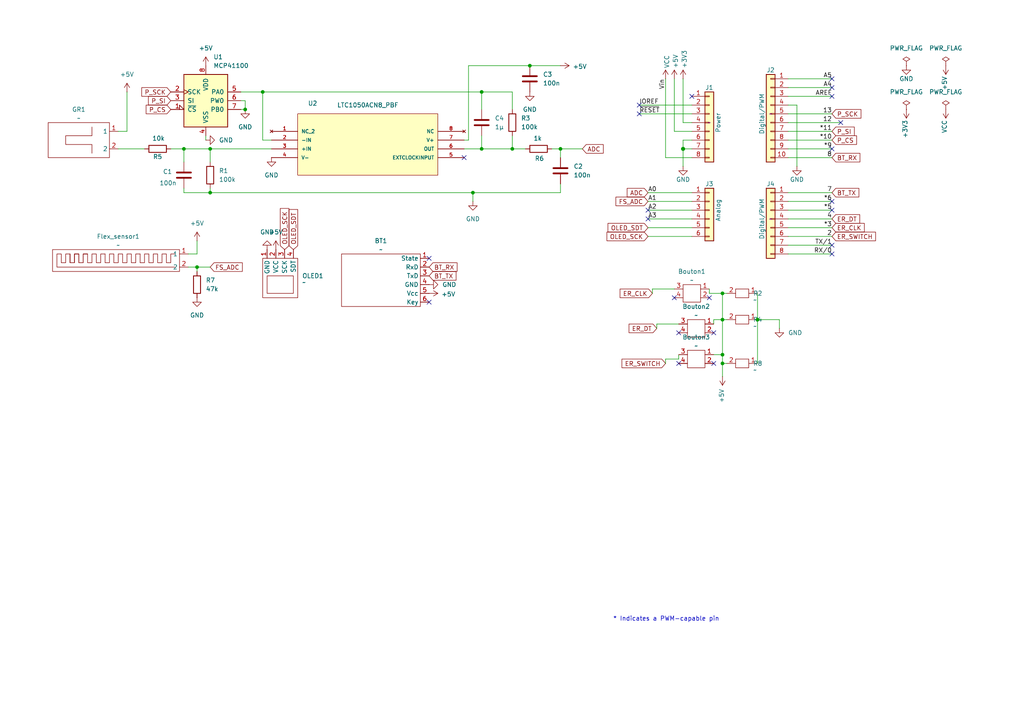
<source format=kicad_sch>
(kicad_sch
	(version 20231120)
	(generator "eeschema")
	(generator_version "8.0")
	(uuid "e63e39d7-6ac0-4ffd-8aa3-1841a4541b55")
	(paper "A4")
	(title_block
		(date "mar. 31 mars 2015")
	)
	(lib_symbols
		(symbol "Connector_Generic:Conn_01x06"
			(pin_names
				(offset 1.016) hide)
			(exclude_from_sim no)
			(in_bom yes)
			(on_board yes)
			(property "Reference" "J"
				(at 0 7.62 0)
				(effects
					(font
						(size 1.27 1.27)
					)
				)
			)
			(property "Value" "Conn_01x06"
				(at 0 -10.16 0)
				(effects
					(font
						(size 1.27 1.27)
					)
				)
			)
			(property "Footprint" ""
				(at 0 0 0)
				(effects
					(font
						(size 1.27 1.27)
					)
					(hide yes)
				)
			)
			(property "Datasheet" "~"
				(at 0 0 0)
				(effects
					(font
						(size 1.27 1.27)
					)
					(hide yes)
				)
			)
			(property "Description" "Generic connector, single row, 01x06, script generated (kicad-library-utils/schlib/autogen/connector/)"
				(at 0 0 0)
				(effects
					(font
						(size 1.27 1.27)
					)
					(hide yes)
				)
			)
			(property "ki_keywords" "connector"
				(at 0 0 0)
				(effects
					(font
						(size 1.27 1.27)
					)
					(hide yes)
				)
			)
			(property "ki_fp_filters" "Connector*:*_1x??_*"
				(at 0 0 0)
				(effects
					(font
						(size 1.27 1.27)
					)
					(hide yes)
				)
			)
			(symbol "Conn_01x06_1_1"
				(rectangle
					(start -1.27 -7.493)
					(end 0 -7.747)
					(stroke
						(width 0.1524)
						(type default)
					)
					(fill
						(type none)
					)
				)
				(rectangle
					(start -1.27 -4.953)
					(end 0 -5.207)
					(stroke
						(width 0.1524)
						(type default)
					)
					(fill
						(type none)
					)
				)
				(rectangle
					(start -1.27 -2.413)
					(end 0 -2.667)
					(stroke
						(width 0.1524)
						(type default)
					)
					(fill
						(type none)
					)
				)
				(rectangle
					(start -1.27 0.127)
					(end 0 -0.127)
					(stroke
						(width 0.1524)
						(type default)
					)
					(fill
						(type none)
					)
				)
				(rectangle
					(start -1.27 2.667)
					(end 0 2.413)
					(stroke
						(width 0.1524)
						(type default)
					)
					(fill
						(type none)
					)
				)
				(rectangle
					(start -1.27 5.207)
					(end 0 4.953)
					(stroke
						(width 0.1524)
						(type default)
					)
					(fill
						(type none)
					)
				)
				(rectangle
					(start -1.27 6.35)
					(end 1.27 -8.89)
					(stroke
						(width 0.254)
						(type default)
					)
					(fill
						(type background)
					)
				)
				(pin passive line
					(at -5.08 5.08 0)
					(length 3.81)
					(name "Pin_1"
						(effects
							(font
								(size 1.27 1.27)
							)
						)
					)
					(number "1"
						(effects
							(font
								(size 1.27 1.27)
							)
						)
					)
				)
				(pin passive line
					(at -5.08 2.54 0)
					(length 3.81)
					(name "Pin_2"
						(effects
							(font
								(size 1.27 1.27)
							)
						)
					)
					(number "2"
						(effects
							(font
								(size 1.27 1.27)
							)
						)
					)
				)
				(pin passive line
					(at -5.08 0 0)
					(length 3.81)
					(name "Pin_3"
						(effects
							(font
								(size 1.27 1.27)
							)
						)
					)
					(number "3"
						(effects
							(font
								(size 1.27 1.27)
							)
						)
					)
				)
				(pin passive line
					(at -5.08 -2.54 0)
					(length 3.81)
					(name "Pin_4"
						(effects
							(font
								(size 1.27 1.27)
							)
						)
					)
					(number "4"
						(effects
							(font
								(size 1.27 1.27)
							)
						)
					)
				)
				(pin passive line
					(at -5.08 -5.08 0)
					(length 3.81)
					(name "Pin_5"
						(effects
							(font
								(size 1.27 1.27)
							)
						)
					)
					(number "5"
						(effects
							(font
								(size 1.27 1.27)
							)
						)
					)
				)
				(pin passive line
					(at -5.08 -7.62 0)
					(length 3.81)
					(name "Pin_6"
						(effects
							(font
								(size 1.27 1.27)
							)
						)
					)
					(number "6"
						(effects
							(font
								(size 1.27 1.27)
							)
						)
					)
				)
			)
		)
		(symbol "Connector_Generic:Conn_01x08"
			(pin_names
				(offset 1.016) hide)
			(exclude_from_sim no)
			(in_bom yes)
			(on_board yes)
			(property "Reference" "J"
				(at 0 10.16 0)
				(effects
					(font
						(size 1.27 1.27)
					)
				)
			)
			(property "Value" "Conn_01x08"
				(at 0 -12.7 0)
				(effects
					(font
						(size 1.27 1.27)
					)
				)
			)
			(property "Footprint" ""
				(at 0 0 0)
				(effects
					(font
						(size 1.27 1.27)
					)
					(hide yes)
				)
			)
			(property "Datasheet" "~"
				(at 0 0 0)
				(effects
					(font
						(size 1.27 1.27)
					)
					(hide yes)
				)
			)
			(property "Description" "Generic connector, single row, 01x08, script generated (kicad-library-utils/schlib/autogen/connector/)"
				(at 0 0 0)
				(effects
					(font
						(size 1.27 1.27)
					)
					(hide yes)
				)
			)
			(property "ki_keywords" "connector"
				(at 0 0 0)
				(effects
					(font
						(size 1.27 1.27)
					)
					(hide yes)
				)
			)
			(property "ki_fp_filters" "Connector*:*_1x??_*"
				(at 0 0 0)
				(effects
					(font
						(size 1.27 1.27)
					)
					(hide yes)
				)
			)
			(symbol "Conn_01x08_1_1"
				(rectangle
					(start -1.27 -10.033)
					(end 0 -10.287)
					(stroke
						(width 0.1524)
						(type default)
					)
					(fill
						(type none)
					)
				)
				(rectangle
					(start -1.27 -7.493)
					(end 0 -7.747)
					(stroke
						(width 0.1524)
						(type default)
					)
					(fill
						(type none)
					)
				)
				(rectangle
					(start -1.27 -4.953)
					(end 0 -5.207)
					(stroke
						(width 0.1524)
						(type default)
					)
					(fill
						(type none)
					)
				)
				(rectangle
					(start -1.27 -2.413)
					(end 0 -2.667)
					(stroke
						(width 0.1524)
						(type default)
					)
					(fill
						(type none)
					)
				)
				(rectangle
					(start -1.27 0.127)
					(end 0 -0.127)
					(stroke
						(width 0.1524)
						(type default)
					)
					(fill
						(type none)
					)
				)
				(rectangle
					(start -1.27 2.667)
					(end 0 2.413)
					(stroke
						(width 0.1524)
						(type default)
					)
					(fill
						(type none)
					)
				)
				(rectangle
					(start -1.27 5.207)
					(end 0 4.953)
					(stroke
						(width 0.1524)
						(type default)
					)
					(fill
						(type none)
					)
				)
				(rectangle
					(start -1.27 7.747)
					(end 0 7.493)
					(stroke
						(width 0.1524)
						(type default)
					)
					(fill
						(type none)
					)
				)
				(rectangle
					(start -1.27 8.89)
					(end 1.27 -11.43)
					(stroke
						(width 0.254)
						(type default)
					)
					(fill
						(type background)
					)
				)
				(pin passive line
					(at -5.08 7.62 0)
					(length 3.81)
					(name "Pin_1"
						(effects
							(font
								(size 1.27 1.27)
							)
						)
					)
					(number "1"
						(effects
							(font
								(size 1.27 1.27)
							)
						)
					)
				)
				(pin passive line
					(at -5.08 5.08 0)
					(length 3.81)
					(name "Pin_2"
						(effects
							(font
								(size 1.27 1.27)
							)
						)
					)
					(number "2"
						(effects
							(font
								(size 1.27 1.27)
							)
						)
					)
				)
				(pin passive line
					(at -5.08 2.54 0)
					(length 3.81)
					(name "Pin_3"
						(effects
							(font
								(size 1.27 1.27)
							)
						)
					)
					(number "3"
						(effects
							(font
								(size 1.27 1.27)
							)
						)
					)
				)
				(pin passive line
					(at -5.08 0 0)
					(length 3.81)
					(name "Pin_4"
						(effects
							(font
								(size 1.27 1.27)
							)
						)
					)
					(number "4"
						(effects
							(font
								(size 1.27 1.27)
							)
						)
					)
				)
				(pin passive line
					(at -5.08 -2.54 0)
					(length 3.81)
					(name "Pin_5"
						(effects
							(font
								(size 1.27 1.27)
							)
						)
					)
					(number "5"
						(effects
							(font
								(size 1.27 1.27)
							)
						)
					)
				)
				(pin passive line
					(at -5.08 -5.08 0)
					(length 3.81)
					(name "Pin_6"
						(effects
							(font
								(size 1.27 1.27)
							)
						)
					)
					(number "6"
						(effects
							(font
								(size 1.27 1.27)
							)
						)
					)
				)
				(pin passive line
					(at -5.08 -7.62 0)
					(length 3.81)
					(name "Pin_7"
						(effects
							(font
								(size 1.27 1.27)
							)
						)
					)
					(number "7"
						(effects
							(font
								(size 1.27 1.27)
							)
						)
					)
				)
				(pin passive line
					(at -5.08 -10.16 0)
					(length 3.81)
					(name "Pin_8"
						(effects
							(font
								(size 1.27 1.27)
							)
						)
					)
					(number "8"
						(effects
							(font
								(size 1.27 1.27)
							)
						)
					)
				)
			)
		)
		(symbol "Connector_Generic:Conn_01x10"
			(pin_names
				(offset 1.016) hide)
			(exclude_from_sim no)
			(in_bom yes)
			(on_board yes)
			(property "Reference" "J"
				(at 0 12.7 0)
				(effects
					(font
						(size 1.27 1.27)
					)
				)
			)
			(property "Value" "Conn_01x10"
				(at 0 -15.24 0)
				(effects
					(font
						(size 1.27 1.27)
					)
				)
			)
			(property "Footprint" ""
				(at 0 0 0)
				(effects
					(font
						(size 1.27 1.27)
					)
					(hide yes)
				)
			)
			(property "Datasheet" "~"
				(at 0 0 0)
				(effects
					(font
						(size 1.27 1.27)
					)
					(hide yes)
				)
			)
			(property "Description" "Generic connector, single row, 01x10, script generated (kicad-library-utils/schlib/autogen/connector/)"
				(at 0 0 0)
				(effects
					(font
						(size 1.27 1.27)
					)
					(hide yes)
				)
			)
			(property "ki_keywords" "connector"
				(at 0 0 0)
				(effects
					(font
						(size 1.27 1.27)
					)
					(hide yes)
				)
			)
			(property "ki_fp_filters" "Connector*:*_1x??_*"
				(at 0 0 0)
				(effects
					(font
						(size 1.27 1.27)
					)
					(hide yes)
				)
			)
			(symbol "Conn_01x10_1_1"
				(rectangle
					(start -1.27 -12.573)
					(end 0 -12.827)
					(stroke
						(width 0.1524)
						(type default)
					)
					(fill
						(type none)
					)
				)
				(rectangle
					(start -1.27 -10.033)
					(end 0 -10.287)
					(stroke
						(width 0.1524)
						(type default)
					)
					(fill
						(type none)
					)
				)
				(rectangle
					(start -1.27 -7.493)
					(end 0 -7.747)
					(stroke
						(width 0.1524)
						(type default)
					)
					(fill
						(type none)
					)
				)
				(rectangle
					(start -1.27 -4.953)
					(end 0 -5.207)
					(stroke
						(width 0.1524)
						(type default)
					)
					(fill
						(type none)
					)
				)
				(rectangle
					(start -1.27 -2.413)
					(end 0 -2.667)
					(stroke
						(width 0.1524)
						(type default)
					)
					(fill
						(type none)
					)
				)
				(rectangle
					(start -1.27 0.127)
					(end 0 -0.127)
					(stroke
						(width 0.1524)
						(type default)
					)
					(fill
						(type none)
					)
				)
				(rectangle
					(start -1.27 2.667)
					(end 0 2.413)
					(stroke
						(width 0.1524)
						(type default)
					)
					(fill
						(type none)
					)
				)
				(rectangle
					(start -1.27 5.207)
					(end 0 4.953)
					(stroke
						(width 0.1524)
						(type default)
					)
					(fill
						(type none)
					)
				)
				(rectangle
					(start -1.27 7.747)
					(end 0 7.493)
					(stroke
						(width 0.1524)
						(type default)
					)
					(fill
						(type none)
					)
				)
				(rectangle
					(start -1.27 10.287)
					(end 0 10.033)
					(stroke
						(width 0.1524)
						(type default)
					)
					(fill
						(type none)
					)
				)
				(rectangle
					(start -1.27 11.43)
					(end 1.27 -13.97)
					(stroke
						(width 0.254)
						(type default)
					)
					(fill
						(type background)
					)
				)
				(pin passive line
					(at -5.08 10.16 0)
					(length 3.81)
					(name "Pin_1"
						(effects
							(font
								(size 1.27 1.27)
							)
						)
					)
					(number "1"
						(effects
							(font
								(size 1.27 1.27)
							)
						)
					)
				)
				(pin passive line
					(at -5.08 -12.7 0)
					(length 3.81)
					(name "Pin_10"
						(effects
							(font
								(size 1.27 1.27)
							)
						)
					)
					(number "10"
						(effects
							(font
								(size 1.27 1.27)
							)
						)
					)
				)
				(pin passive line
					(at -5.08 7.62 0)
					(length 3.81)
					(name "Pin_2"
						(effects
							(font
								(size 1.27 1.27)
							)
						)
					)
					(number "2"
						(effects
							(font
								(size 1.27 1.27)
							)
						)
					)
				)
				(pin passive line
					(at -5.08 5.08 0)
					(length 3.81)
					(name "Pin_3"
						(effects
							(font
								(size 1.27 1.27)
							)
						)
					)
					(number "3"
						(effects
							(font
								(size 1.27 1.27)
							)
						)
					)
				)
				(pin passive line
					(at -5.08 2.54 0)
					(length 3.81)
					(name "Pin_4"
						(effects
							(font
								(size 1.27 1.27)
							)
						)
					)
					(number "4"
						(effects
							(font
								(size 1.27 1.27)
							)
						)
					)
				)
				(pin passive line
					(at -5.08 0 0)
					(length 3.81)
					(name "Pin_5"
						(effects
							(font
								(size 1.27 1.27)
							)
						)
					)
					(number "5"
						(effects
							(font
								(size 1.27 1.27)
							)
						)
					)
				)
				(pin passive line
					(at -5.08 -2.54 0)
					(length 3.81)
					(name "Pin_6"
						(effects
							(font
								(size 1.27 1.27)
							)
						)
					)
					(number "6"
						(effects
							(font
								(size 1.27 1.27)
							)
						)
					)
				)
				(pin passive line
					(at -5.08 -5.08 0)
					(length 3.81)
					(name "Pin_7"
						(effects
							(font
								(size 1.27 1.27)
							)
						)
					)
					(number "7"
						(effects
							(font
								(size 1.27 1.27)
							)
						)
					)
				)
				(pin passive line
					(at -5.08 -7.62 0)
					(length 3.81)
					(name "Pin_8"
						(effects
							(font
								(size 1.27 1.27)
							)
						)
					)
					(number "8"
						(effects
							(font
								(size 1.27 1.27)
							)
						)
					)
				)
				(pin passive line
					(at -5.08 -10.16 0)
					(length 3.81)
					(name "Pin_9"
						(effects
							(font
								(size 1.27 1.27)
							)
						)
					)
					(number "9"
						(effects
							(font
								(size 1.27 1.27)
							)
						)
					)
				)
			)
		)
		(symbol "Device:C"
			(pin_numbers hide)
			(pin_names
				(offset 0.254)
			)
			(exclude_from_sim no)
			(in_bom yes)
			(on_board yes)
			(property "Reference" "C"
				(at 0.635 2.54 0)
				(effects
					(font
						(size 1.27 1.27)
					)
					(justify left)
				)
			)
			(property "Value" "C"
				(at 0.635 -2.54 0)
				(effects
					(font
						(size 1.27 1.27)
					)
					(justify left)
				)
			)
			(property "Footprint" ""
				(at 0.9652 -3.81 0)
				(effects
					(font
						(size 1.27 1.27)
					)
					(hide yes)
				)
			)
			(property "Datasheet" "~"
				(at 0 0 0)
				(effects
					(font
						(size 1.27 1.27)
					)
					(hide yes)
				)
			)
			(property "Description" "Unpolarized capacitor"
				(at 0 0 0)
				(effects
					(font
						(size 1.27 1.27)
					)
					(hide yes)
				)
			)
			(property "ki_keywords" "cap capacitor"
				(at 0 0 0)
				(effects
					(font
						(size 1.27 1.27)
					)
					(hide yes)
				)
			)
			(property "ki_fp_filters" "C_*"
				(at 0 0 0)
				(effects
					(font
						(size 1.27 1.27)
					)
					(hide yes)
				)
			)
			(symbol "C_0_1"
				(polyline
					(pts
						(xy -2.032 -0.762) (xy 2.032 -0.762)
					)
					(stroke
						(width 0.508)
						(type default)
					)
					(fill
						(type none)
					)
				)
				(polyline
					(pts
						(xy -2.032 0.762) (xy 2.032 0.762)
					)
					(stroke
						(width 0.508)
						(type default)
					)
					(fill
						(type none)
					)
				)
			)
			(symbol "C_1_1"
				(pin passive line
					(at 0 3.81 270)
					(length 2.794)
					(name "~"
						(effects
							(font
								(size 1.27 1.27)
							)
						)
					)
					(number "1"
						(effects
							(font
								(size 1.27 1.27)
							)
						)
					)
				)
				(pin passive line
					(at 0 -3.81 90)
					(length 2.794)
					(name "~"
						(effects
							(font
								(size 1.27 1.27)
							)
						)
					)
					(number "2"
						(effects
							(font
								(size 1.27 1.27)
							)
						)
					)
				)
			)
		)
		(symbol "Device:R"
			(pin_numbers hide)
			(pin_names
				(offset 0)
			)
			(exclude_from_sim no)
			(in_bom yes)
			(on_board yes)
			(property "Reference" "R"
				(at 2.032 0 90)
				(effects
					(font
						(size 1.27 1.27)
					)
				)
			)
			(property "Value" "R"
				(at 0 0 90)
				(effects
					(font
						(size 1.27 1.27)
					)
				)
			)
			(property "Footprint" ""
				(at -1.778 0 90)
				(effects
					(font
						(size 1.27 1.27)
					)
					(hide yes)
				)
			)
			(property "Datasheet" "~"
				(at 0 0 0)
				(effects
					(font
						(size 1.27 1.27)
					)
					(hide yes)
				)
			)
			(property "Description" "Resistor"
				(at 0 0 0)
				(effects
					(font
						(size 1.27 1.27)
					)
					(hide yes)
				)
			)
			(property "ki_keywords" "R res resistor"
				(at 0 0 0)
				(effects
					(font
						(size 1.27 1.27)
					)
					(hide yes)
				)
			)
			(property "ki_fp_filters" "R_*"
				(at 0 0 0)
				(effects
					(font
						(size 1.27 1.27)
					)
					(hide yes)
				)
			)
			(symbol "R_0_1"
				(rectangle
					(start -1.016 -2.54)
					(end 1.016 2.54)
					(stroke
						(width 0.254)
						(type default)
					)
					(fill
						(type none)
					)
				)
			)
			(symbol "R_1_1"
				(pin passive line
					(at 0 3.81 270)
					(length 1.27)
					(name "~"
						(effects
							(font
								(size 1.27 1.27)
							)
						)
					)
					(number "1"
						(effects
							(font
								(size 1.27 1.27)
							)
						)
					)
				)
				(pin passive line
					(at 0 -3.81 90)
					(length 1.27)
					(name "~"
						(effects
							(font
								(size 1.27 1.27)
							)
						)
					)
					(number "2"
						(effects
							(font
								(size 1.27 1.27)
							)
						)
					)
				)
			)
		)
		(symbol "LTC1050ACN8_PBF:LTC1050ACN8_PBF"
			(pin_names
				(offset 1.016)
			)
			(exclude_from_sim no)
			(in_bom yes)
			(on_board yes)
			(property "Reference" "U"
				(at 23.2285 9.1237 0)
				(effects
					(font
						(size 1.27 1.27)
					)
					(justify left bottom)
				)
			)
			(property "Value" "LTC1050ACN8_PBF"
				(at 22.6204 6.5902 0)
				(effects
					(font
						(size 1.27 1.27)
					)
					(justify left bottom)
				)
			)
			(property "Footprint" "LTC1050ACN8_PBF:PDIP-8_N"
				(at 0 0 0)
				(effects
					(font
						(size 1.27 1.27)
					)
					(justify bottom)
					(hide yes)
				)
			)
			(property "Datasheet" ""
				(at 0 0 0)
				(effects
					(font
						(size 1.27 1.27)
					)
					(hide yes)
				)
			)
			(property "Description" ""
				(at 0 0 0)
				(effects
					(font
						(size 1.27 1.27)
					)
					(hide yes)
				)
			)
			(property "MF" "Analog Devices"
				(at 0 0 0)
				(effects
					(font
						(size 1.27 1.27)
					)
					(justify bottom)
					(hide yes)
				)
			)
			(property "VENDOR" "Linear Technology"
				(at 0 0 0)
				(effects
					(font
						(size 1.27 1.27)
					)
					(justify bottom)
					(hide yes)
				)
			)
			(property "Description_1" "\nLTC1050 - Precision Zero-Drift Operational Amplifier with Internal Capacitors\n"
				(at 0 0 0)
				(effects
					(font
						(size 1.27 1.27)
					)
					(justify bottom)
					(hide yes)
				)
			)
			(property "COPYRIGHT" "Copyright C 2016 Accelerated Designs. All rights reserved"
				(at 0 0 0)
				(effects
					(font
						(size 1.27 1.27)
					)
					(justify bottom)
					(hide yes)
				)
			)
			(property "Package" "PDIP-8 Linear Technology"
				(at 0 0 0)
				(effects
					(font
						(size 1.27 1.27)
					)
					(justify bottom)
					(hide yes)
				)
			)
			(property "Price" "None"
				(at 0 0 0)
				(effects
					(font
						(size 1.27 1.27)
					)
					(justify bottom)
					(hide yes)
				)
			)
			(property "Check_prices" "https://www.snapeda.com/parts/LTC1050ACN8%23PBF/Analog+Devices/view-part/?ref=eda"
				(at 0 0 0)
				(effects
					(font
						(size 1.27 1.27)
					)
					(justify bottom)
					(hide yes)
				)
			)
			(property "SnapEDA_Link" "https://www.snapeda.com/parts/LTC1050ACN8%23PBF/Analog+Devices/view-part/?ref=snap"
				(at 0 0 0)
				(effects
					(font
						(size 1.27 1.27)
					)
					(justify bottom)
					(hide yes)
				)
			)
			(property "MP" "LTC1050ACN8#PBF"
				(at 0 0 0)
				(effects
					(font
						(size 1.27 1.27)
					)
					(justify bottom)
					(hide yes)
				)
			)
			(property "Purchase-URL" "https://www.snapeda.com/api/url_track_click_mouser/?unipart_id=855415&manufacturer=Analog Devices&part_name=LTC1050ACN8#PBF&search_term=None"
				(at 0 0 0)
				(effects
					(font
						(size 1.27 1.27)
					)
					(justify bottom)
					(hide yes)
				)
			)
			(property "Availability" "In Stock"
				(at 0 0 0)
				(effects
					(font
						(size 1.27 1.27)
					)
					(justify bottom)
					(hide yes)
				)
			)
			(property "MANUFACTURER_PART_NUMBER" "ltc1050acn8"
				(at 0 0 0)
				(effects
					(font
						(size 1.27 1.27)
					)
					(justify bottom)
					(hide yes)
				)
			)
			(symbol "LTC1050ACN8_PBF_0_0"
				(rectangle
					(start 7.62 -12.7)
					(end 48.26 5.08)
					(stroke
						(width 0.1524)
						(type default)
					)
					(fill
						(type background)
					)
				)
				(pin no_connect line
					(at 0 0 0)
					(length 7.62)
					(name "NC_2"
						(effects
							(font
								(size 1.016 1.016)
							)
						)
					)
					(number "1"
						(effects
							(font
								(size 1.016 1.016)
							)
						)
					)
				)
				(pin input line
					(at 0 -2.54 0)
					(length 7.62)
					(name "-IN"
						(effects
							(font
								(size 1.016 1.016)
							)
						)
					)
					(number "2"
						(effects
							(font
								(size 1.016 1.016)
							)
						)
					)
				)
				(pin input line
					(at 0 -5.08 0)
					(length 7.62)
					(name "+IN"
						(effects
							(font
								(size 1.016 1.016)
							)
						)
					)
					(number "3"
						(effects
							(font
								(size 1.016 1.016)
							)
						)
					)
				)
				(pin power_in line
					(at 0 -7.62 0)
					(length 7.62)
					(name "V-"
						(effects
							(font
								(size 1.016 1.016)
							)
						)
					)
					(number "4"
						(effects
							(font
								(size 1.016 1.016)
							)
						)
					)
				)
				(pin input line
					(at 55.88 -7.62 180)
					(length 7.62)
					(name "EXTCLOCKINPUT"
						(effects
							(font
								(size 1.016 1.016)
							)
						)
					)
					(number "5"
						(effects
							(font
								(size 1.016 1.016)
							)
						)
					)
				)
				(pin output line
					(at 55.88 -5.08 180)
					(length 7.62)
					(name "OUT"
						(effects
							(font
								(size 1.016 1.016)
							)
						)
					)
					(number "6"
						(effects
							(font
								(size 1.016 1.016)
							)
						)
					)
				)
				(pin power_in line
					(at 55.88 -2.54 180)
					(length 7.62)
					(name "V+"
						(effects
							(font
								(size 1.016 1.016)
							)
						)
					)
					(number "7"
						(effects
							(font
								(size 1.016 1.016)
							)
						)
					)
				)
				(pin no_connect line
					(at 55.88 0 180)
					(length 7.62)
					(name "NC"
						(effects
							(font
								(size 1.016 1.016)
							)
						)
					)
					(number "8"
						(effects
							(font
								(size 1.016 1.016)
							)
						)
					)
				)
			)
		)
		(symbol "MaLyb_projet:Bluetooth"
			(exclude_from_sim no)
			(in_bom yes)
			(on_board yes)
			(property "Reference" "BT"
				(at 0 0 0)
				(effects
					(font
						(size 1.27 1.27)
					)
				)
			)
			(property "Value" ""
				(at 0 0 0)
				(effects
					(font
						(size 1.27 1.27)
					)
				)
			)
			(property "Footprint" ""
				(at 0 0 0)
				(effects
					(font
						(size 1.27 1.27)
					)
					(hide yes)
				)
			)
			(property "Datasheet" ""
				(at 0 0 0)
				(effects
					(font
						(size 1.27 1.27)
					)
					(hide yes)
				)
			)
			(property "Description" ""
				(at 0 0 0)
				(effects
					(font
						(size 1.27 1.27)
					)
					(hide yes)
				)
			)
			(symbol "Bluetooth_0_1"
				(rectangle
					(start -11.43 7.62)
					(end 11.43 -7.62)
					(stroke
						(width 0)
						(type default)
					)
					(fill
						(type none)
					)
				)
			)
			(symbol "Bluetooth_1_1"
				(pin input line
					(at 13.97 6.35 180)
					(length 2.54)
					(name "State"
						(effects
							(font
								(size 1.27 1.27)
							)
						)
					)
					(number "1"
						(effects
							(font
								(size 1.27 1.27)
							)
						)
					)
				)
				(pin input line
					(at 13.97 3.81 180)
					(length 2.54)
					(name "RxD"
						(effects
							(font
								(size 1.27 1.27)
							)
						)
					)
					(number "2"
						(effects
							(font
								(size 1.27 1.27)
							)
						)
					)
				)
				(pin output line
					(at 13.97 1.27 180)
					(length 2.54)
					(name "TxD"
						(effects
							(font
								(size 1.27 1.27)
							)
						)
					)
					(number "3"
						(effects
							(font
								(size 1.27 1.27)
							)
						)
					)
				)
				(pin power_in line
					(at 13.97 -1.27 180)
					(length 2.54)
					(name "GND"
						(effects
							(font
								(size 1.27 1.27)
							)
						)
					)
					(number "4"
						(effects
							(font
								(size 1.27 1.27)
							)
						)
					)
				)
				(pin power_in line
					(at 13.97 -3.81 180)
					(length 2.54)
					(name "Vcc"
						(effects
							(font
								(size 1.27 1.27)
							)
						)
					)
					(number "5"
						(effects
							(font
								(size 1.27 1.27)
							)
						)
					)
				)
				(pin input line
					(at 13.97 -6.35 180)
					(length 2.54)
					(name "Key"
						(effects
							(font
								(size 1.27 1.27)
							)
						)
					)
					(number "6"
						(effects
							(font
								(size 1.27 1.27)
							)
						)
					)
				)
			)
		)
		(symbol "MaLyb_projet:Bouton"
			(exclude_from_sim no)
			(in_bom yes)
			(on_board yes)
			(property "Reference" "Bouton"
				(at 0 0 0)
				(effects
					(font
						(size 1.27 1.27)
					)
				)
			)
			(property "Value" ""
				(at 0 0 0)
				(effects
					(font
						(size 1.27 1.27)
					)
				)
			)
			(property "Footprint" ""
				(at 0 0 0)
				(effects
					(font
						(size 1.27 1.27)
					)
					(hide yes)
				)
			)
			(property "Datasheet" ""
				(at 0 0 0)
				(effects
					(font
						(size 1.27 1.27)
					)
					(hide yes)
				)
			)
			(property "Description" ""
				(at 0 0 0)
				(effects
					(font
						(size 1.27 1.27)
					)
					(hide yes)
				)
			)
			(symbol "Bouton_0_1"
				(rectangle
					(start -2.54 2.54)
					(end 2.54 -2.54)
					(stroke
						(width 0)
						(type default)
					)
					(fill
						(type none)
					)
				)
			)
			(symbol "Bouton_1_1"
				(pin input line
					(at 5.08 1.27 180)
					(length 2.54)
					(name ""
						(effects
							(font
								(size 1.27 1.27)
							)
						)
					)
					(number "1"
						(effects
							(font
								(size 1.27 1.27)
							)
						)
					)
				)
				(pin input line
					(at 5.08 -1.27 180)
					(length 2.54)
					(name ""
						(effects
							(font
								(size 1.27 1.27)
							)
						)
					)
					(number "2"
						(effects
							(font
								(size 1.27 1.27)
							)
						)
					)
				)
				(pin input line
					(at -5.08 1.27 0)
					(length 2.54)
					(name ""
						(effects
							(font
								(size 1.27 1.27)
							)
						)
					)
					(number "3"
						(effects
							(font
								(size 1.27 1.27)
							)
						)
					)
				)
				(pin input line
					(at -5.08 -1.27 0)
					(length 2.54)
					(name ""
						(effects
							(font
								(size 1.27 1.27)
							)
						)
					)
					(number "4"
						(effects
							(font
								(size 1.27 1.27)
							)
						)
					)
				)
			)
		)
		(symbol "MaLyb_projet:Capteur_GR"
			(exclude_from_sim no)
			(in_bom yes)
			(on_board yes)
			(property "Reference" "GR"
				(at -6.35 0 0)
				(effects
					(font
						(size 1.27 1.27)
					)
				)
			)
			(property "Value" ""
				(at -1.27 0 0)
				(effects
					(font
						(size 1.27 1.27)
					)
				)
			)
			(property "Footprint" ""
				(at -1.27 0 0)
				(effects
					(font
						(size 1.27 1.27)
					)
					(hide yes)
				)
			)
			(property "Datasheet" ""
				(at -1.27 0 0)
				(effects
					(font
						(size 1.27 1.27)
					)
					(hide yes)
				)
			)
			(property "Description" ""
				(at -1.27 0 0)
				(effects
					(font
						(size 1.27 1.27)
					)
					(hide yes)
				)
			)
			(symbol "Capteur_GR_0_1"
				(rectangle
					(start -8.89 5.08)
					(end 8.89 -5.08)
					(stroke
						(width 0)
						(type default)
					)
					(fill
						(type none)
					)
				)
				(polyline
					(pts
						(xy 3.81 3.81) (xy 3.81 2.54) (xy 3.81 1.27) (xy -3.81 1.27) (xy -3.81 -1.27) (xy 3.81 -1.27)
						(xy 3.81 -3.81) (xy 3.81 -3.81) (xy 3.81 -3.81)
					)
					(stroke
						(width 0)
						(type default)
					)
					(fill
						(type none)
					)
				)
			)
			(symbol "Capteur_GR_1_1"
				(pin passive line
					(at 11.43 2.54 180)
					(length 2.54)
					(name "1"
						(effects
							(font
								(size 1.27 1.27)
							)
						)
					)
					(number "1"
						(effects
							(font
								(size 1.27 1.27)
							)
						)
					)
				)
				(pin passive line
					(at 11.43 -2.54 180)
					(length 2.54)
					(name "2"
						(effects
							(font
								(size 1.27 1.27)
							)
						)
					)
					(number "2"
						(effects
							(font
								(size 1.27 1.27)
							)
						)
					)
				)
			)
		)
		(symbol "MaLyb_projet:Flex_Sensor"
			(exclude_from_sim no)
			(in_bom yes)
			(on_board yes)
			(property "Reference" "Flex_sensor"
				(at -17.78 0 0)
				(effects
					(font
						(size 1.27 1.27)
					)
				)
			)
			(property "Value" ""
				(at 0 0 0)
				(effects
					(font
						(size 1.27 1.27)
					)
				)
			)
			(property "Footprint" ""
				(at 0 0 0)
				(effects
					(font
						(size 1.27 1.27)
					)
					(hide yes)
				)
			)
			(property "Datasheet" ""
				(at 0 0 0)
				(effects
					(font
						(size 1.27 1.27)
					)
					(hide yes)
				)
			)
			(property "Description" ""
				(at 0 0 0)
				(effects
					(font
						(size 1.27 1.27)
					)
					(hide yes)
				)
			)
			(symbol "Flex_Sensor_0_1"
				(rectangle
					(start -10.16 2.54)
					(end 26.67 -3.81)
					(stroke
						(width 0)
						(type default)
					)
					(fill
						(type none)
					)
				)
				(polyline
					(pts
						(xy 0 1.27) (xy -1.27 1.27) (xy -1.27 -1.27) (xy -2.54 -1.27) (xy -2.54 1.27) (xy -3.81 1.27)
						(xy -3.81 -1.27) (xy -5.08 -1.27) (xy -5.08 1.27) (xy -6.35 1.27) (xy -6.35 -1.27) (xy -7.62 -1.27)
						(xy -7.62 1.27) (xy -8.89 1.27) (xy -8.89 -1.27) (xy -8.89 -2.54) (xy 25.4 -2.54)
					)
					(stroke
						(width 0)
						(type default)
					)
					(fill
						(type none)
					)
				)
				(polyline
					(pts
						(xy 5.08 1.27) (xy 3.81 1.27) (xy 3.81 -1.27) (xy 2.54 -1.27) (xy 2.54 1.27) (xy 1.27 1.27) (xy 1.27 -1.27)
						(xy 0 -1.27) (xy 0 1.27) (xy -1.27 1.27) (xy -1.27 -1.27) (xy -2.54 -1.27) (xy -2.54 1.27) (xy -3.81 1.27)
						(xy -3.81 -1.27) (xy -5.08 -1.27) (xy -5.08 1.27)
					)
					(stroke
						(width 0)
						(type default)
					)
					(fill
						(type none)
					)
				)
				(polyline
					(pts
						(xy 15.24 1.27) (xy 13.97 1.27) (xy 13.97 -1.27) (xy 12.7 -1.27) (xy 12.7 1.27) (xy 11.43 1.27)
						(xy 11.43 -1.27) (xy 10.16 -1.27) (xy 10.16 1.27) (xy 8.89 1.27) (xy 8.89 -1.27) (xy 7.62 -1.27)
						(xy 7.62 1.27) (xy 6.35 1.27) (xy 6.35 -1.27) (xy 5.08 -1.27) (xy 5.08 1.27)
					)
					(stroke
						(width 0)
						(type default)
					)
					(fill
						(type none)
					)
				)
				(polyline
					(pts
						(xy 25.4 1.27) (xy 24.13 1.27) (xy 24.13 -1.27) (xy 22.86 -1.27) (xy 22.86 1.27) (xy 21.59 1.27)
						(xy 21.59 -1.27) (xy 20.32 -1.27) (xy 20.32 1.27) (xy 19.05 1.27) (xy 19.05 -1.27) (xy 17.78 -1.27)
						(xy 17.78 1.27) (xy 16.51 1.27) (xy 16.51 -1.27) (xy 15.24 -1.27) (xy 15.24 1.27)
					)
					(stroke
						(width 0)
						(type default)
					)
					(fill
						(type none)
					)
				)
			)
			(symbol "Flex_Sensor_1_1"
				(pin passive line
					(at 29.21 1.27 180)
					(length 2.54)
					(name "1"
						(effects
							(font
								(size 1.27 1.27)
							)
						)
					)
					(number "1"
						(effects
							(font
								(size 1.27 1.27)
							)
						)
					)
				)
				(pin passive line
					(at 29.21 -2.54 180)
					(length 2.54)
					(name "2"
						(effects
							(font
								(size 1.27 1.27)
							)
						)
					)
					(number "2"
						(effects
							(font
								(size 1.27 1.27)
							)
						)
					)
				)
			)
		)
		(symbol "MaLyb_projet:OLED"
			(exclude_from_sim no)
			(in_bom yes)
			(on_board yes)
			(property "Reference" "OLED"
				(at 0 -3.81 0)
				(effects
					(font
						(size 1.27 1.27)
					)
				)
			)
			(property "Value" ""
				(at 0 0 0)
				(effects
					(font
						(size 1.27 1.27)
					)
				)
			)
			(property "Footprint" ""
				(at 0 0 0)
				(effects
					(font
						(size 1.27 1.27)
					)
					(hide yes)
				)
			)
			(property "Datasheet" ""
				(at 0 0 0)
				(effects
					(font
						(size 1.27 1.27)
					)
					(hide yes)
				)
			)
			(property "Description" ""
				(at 0 0 0)
				(effects
					(font
						(size 1.27 1.27)
					)
					(hide yes)
				)
			)
			(symbol "OLED_0_1"
				(rectangle
					(start -5.08 3.81)
					(end 5.08 -7.62)
					(stroke
						(width 0)
						(type default)
					)
					(fill
						(type none)
					)
				)
				(rectangle
					(start -3.81 -1.27)
					(end 3.81 -6.35)
					(stroke
						(width 0)
						(type default)
					)
					(fill
						(type none)
					)
				)
			)
			(symbol "OLED_1_1"
				(pin power_in line
					(at -3.81 6.35 270)
					(length 2.54)
					(name "GND"
						(effects
							(font
								(size 1.27 1.27)
							)
						)
					)
					(number "1"
						(effects
							(font
								(size 1.27 1.27)
							)
						)
					)
				)
				(pin power_in line
					(at -1.27 6.35 270)
					(length 2.54)
					(name "VCC"
						(effects
							(font
								(size 1.27 1.27)
							)
						)
					)
					(number "2"
						(effects
							(font
								(size 1.27 1.27)
							)
						)
					)
				)
				(pin input line
					(at 1.27 6.35 270)
					(length 2.54)
					(name "SCK"
						(effects
							(font
								(size 1.27 1.27)
							)
						)
					)
					(number "3"
						(effects
							(font
								(size 1.27 1.27)
							)
						)
					)
				)
				(pin input line
					(at 3.81 6.35 270)
					(length 2.54)
					(name "SDT"
						(effects
							(font
								(size 1.27 1.27)
							)
						)
					)
					(number "4"
						(effects
							(font
								(size 1.27 1.27)
							)
						)
					)
				)
			)
		)
		(symbol "MaLyb_projet:Res"
			(exclude_from_sim no)
			(in_bom yes)
			(on_board yes)
			(property "Reference" "R"
				(at -1.27 1.27 0)
				(effects
					(font
						(size 1.27 1.27)
					)
				)
			)
			(property "Value" ""
				(at 0 0 0)
				(effects
					(font
						(size 1.27 1.27)
					)
				)
			)
			(property "Footprint" ""
				(at 0 0 0)
				(effects
					(font
						(size 1.27 1.27)
					)
					(hide yes)
				)
			)
			(property "Datasheet" ""
				(at 0 0 0)
				(effects
					(font
						(size 1.27 1.27)
					)
					(hide yes)
				)
			)
			(property "Description" ""
				(at 0 0 0)
				(effects
					(font
						(size 1.27 1.27)
					)
					(hide yes)
				)
			)
			(symbol "Res_0_1"
				(rectangle
					(start -2.54 2.54)
					(end 1.27 0)
					(stroke
						(width 0)
						(type default)
					)
					(fill
						(type none)
					)
				)
			)
			(symbol "Res_1_1"
				(pin input line
					(at 3.81 1.27 180)
					(length 2.54)
					(name ""
						(effects
							(font
								(size 1.27 1.27)
							)
						)
					)
					(number "1"
						(effects
							(font
								(size 1.27 1.27)
							)
						)
					)
				)
				(pin input line
					(at -5.08 1.27 0)
					(length 2.54)
					(name ""
						(effects
							(font
								(size 1.27 1.27)
							)
						)
					)
					(number "2"
						(effects
							(font
								(size 1.27 1.27)
							)
						)
					)
				)
			)
		)
		(symbol "Potentiometer_Digital:MCP41100"
			(pin_names
				(offset 1.016)
			)
			(exclude_from_sim no)
			(in_bom yes)
			(on_board yes)
			(property "Reference" "U"
				(at -6.35 8.89 0)
				(effects
					(font
						(size 1.27 1.27)
					)
					(justify left)
				)
			)
			(property "Value" "MCP41100"
				(at 1.27 8.89 0)
				(effects
					(font
						(size 1.27 1.27)
					)
					(justify left)
				)
			)
			(property "Footprint" ""
				(at 0 0 0)
				(effects
					(font
						(size 1.27 1.27)
					)
					(hide yes)
				)
			)
			(property "Datasheet" "http://ww1.microchip.com/downloads/en/DeviceDoc/11195c.pdf"
				(at 0 0 0)
				(effects
					(font
						(size 1.27 1.27)
					)
					(hide yes)
				)
			)
			(property "Description" "Single Digital Potentiometer, SPI interface, 256 taps, 100 kohm"
				(at 0 0 0)
				(effects
					(font
						(size 1.27 1.27)
					)
					(hide yes)
				)
			)
			(property "ki_keywords" "R POT"
				(at 0 0 0)
				(effects
					(font
						(size 1.27 1.27)
					)
					(hide yes)
				)
			)
			(property "ki_fp_filters" "DIP*W7.62mm* SOIC*P1.27mm*"
				(at 0 0 0)
				(effects
					(font
						(size 1.27 1.27)
					)
					(hide yes)
				)
			)
			(symbol "MCP41100_0_1"
				(rectangle
					(start -6.35 7.62)
					(end 6.35 -7.62)
					(stroke
						(width 0.254)
						(type default)
					)
					(fill
						(type background)
					)
				)
			)
			(symbol "MCP41100_1_1"
				(pin input input_low
					(at -10.16 -2.54 0)
					(length 3.81)
					(name "~{CS}"
						(effects
							(font
								(size 1.27 1.27)
							)
						)
					)
					(number "1"
						(effects
							(font
								(size 1.27 1.27)
							)
						)
					)
				)
				(pin passive clock
					(at -10.16 2.54 0)
					(length 3.81)
					(name "SCK"
						(effects
							(font
								(size 1.27 1.27)
							)
						)
					)
					(number "2"
						(effects
							(font
								(size 1.27 1.27)
							)
						)
					)
				)
				(pin input line
					(at -10.16 0 0)
					(length 3.81)
					(name "SI"
						(effects
							(font
								(size 1.27 1.27)
							)
						)
					)
					(number "3"
						(effects
							(font
								(size 1.27 1.27)
							)
						)
					)
				)
				(pin power_in line
					(at 0 -10.16 90)
					(length 2.54)
					(name "VSS"
						(effects
							(font
								(size 1.27 1.27)
							)
						)
					)
					(number "4"
						(effects
							(font
								(size 1.27 1.27)
							)
						)
					)
				)
				(pin passive line
					(at 10.16 2.54 180)
					(length 3.81)
					(name "PA0"
						(effects
							(font
								(size 1.27 1.27)
							)
						)
					)
					(number "5"
						(effects
							(font
								(size 1.27 1.27)
							)
						)
					)
				)
				(pin passive line
					(at 10.16 0 180)
					(length 3.81)
					(name "PW0"
						(effects
							(font
								(size 1.27 1.27)
							)
						)
					)
					(number "6"
						(effects
							(font
								(size 1.27 1.27)
							)
						)
					)
				)
				(pin passive line
					(at 10.16 -2.54 180)
					(length 3.81)
					(name "PB0"
						(effects
							(font
								(size 1.27 1.27)
							)
						)
					)
					(number "7"
						(effects
							(font
								(size 1.27 1.27)
							)
						)
					)
				)
				(pin power_in line
					(at 0 10.16 270)
					(length 2.54)
					(name "VDD"
						(effects
							(font
								(size 1.27 1.27)
							)
						)
					)
					(number "8"
						(effects
							(font
								(size 1.27 1.27)
							)
						)
					)
				)
			)
		)
		(symbol "power:+3V3"
			(power)
			(pin_numbers hide)
			(pin_names
				(offset 0) hide)
			(exclude_from_sim no)
			(in_bom yes)
			(on_board yes)
			(property "Reference" "#PWR"
				(at 0 -3.81 0)
				(effects
					(font
						(size 1.27 1.27)
					)
					(hide yes)
				)
			)
			(property "Value" "+3V3"
				(at 0 3.556 0)
				(effects
					(font
						(size 1.27 1.27)
					)
				)
			)
			(property "Footprint" ""
				(at 0 0 0)
				(effects
					(font
						(size 1.27 1.27)
					)
					(hide yes)
				)
			)
			(property "Datasheet" ""
				(at 0 0 0)
				(effects
					(font
						(size 1.27 1.27)
					)
					(hide yes)
				)
			)
			(property "Description" "Power symbol creates a global label with name \"+3V3\""
				(at 0 0 0)
				(effects
					(font
						(size 1.27 1.27)
					)
					(hide yes)
				)
			)
			(property "ki_keywords" "global power"
				(at 0 0 0)
				(effects
					(font
						(size 1.27 1.27)
					)
					(hide yes)
				)
			)
			(symbol "+3V3_0_1"
				(polyline
					(pts
						(xy -0.762 1.27) (xy 0 2.54)
					)
					(stroke
						(width 0)
						(type default)
					)
					(fill
						(type none)
					)
				)
				(polyline
					(pts
						(xy 0 0) (xy 0 2.54)
					)
					(stroke
						(width 0)
						(type default)
					)
					(fill
						(type none)
					)
				)
				(polyline
					(pts
						(xy 0 2.54) (xy 0.762 1.27)
					)
					(stroke
						(width 0)
						(type default)
					)
					(fill
						(type none)
					)
				)
			)
			(symbol "+3V3_1_1"
				(pin power_in line
					(at 0 0 90)
					(length 0)
					(name "~"
						(effects
							(font
								(size 1.27 1.27)
							)
						)
					)
					(number "1"
						(effects
							(font
								(size 1.27 1.27)
							)
						)
					)
				)
			)
		)
		(symbol "power:+5V"
			(power)
			(pin_numbers hide)
			(pin_names
				(offset 0) hide)
			(exclude_from_sim no)
			(in_bom yes)
			(on_board yes)
			(property "Reference" "#PWR"
				(at 0 -3.81 0)
				(effects
					(font
						(size 1.27 1.27)
					)
					(hide yes)
				)
			)
			(property "Value" "+5V"
				(at 0 3.556 0)
				(effects
					(font
						(size 1.27 1.27)
					)
				)
			)
			(property "Footprint" ""
				(at 0 0 0)
				(effects
					(font
						(size 1.27 1.27)
					)
					(hide yes)
				)
			)
			(property "Datasheet" ""
				(at 0 0 0)
				(effects
					(font
						(size 1.27 1.27)
					)
					(hide yes)
				)
			)
			(property "Description" "Power symbol creates a global label with name \"+5V\""
				(at 0 0 0)
				(effects
					(font
						(size 1.27 1.27)
					)
					(hide yes)
				)
			)
			(property "ki_keywords" "global power"
				(at 0 0 0)
				(effects
					(font
						(size 1.27 1.27)
					)
					(hide yes)
				)
			)
			(symbol "+5V_0_1"
				(polyline
					(pts
						(xy -0.762 1.27) (xy 0 2.54)
					)
					(stroke
						(width 0)
						(type default)
					)
					(fill
						(type none)
					)
				)
				(polyline
					(pts
						(xy 0 0) (xy 0 2.54)
					)
					(stroke
						(width 0)
						(type default)
					)
					(fill
						(type none)
					)
				)
				(polyline
					(pts
						(xy 0 2.54) (xy 0.762 1.27)
					)
					(stroke
						(width 0)
						(type default)
					)
					(fill
						(type none)
					)
				)
			)
			(symbol "+5V_1_1"
				(pin power_in line
					(at 0 0 90)
					(length 0)
					(name "~"
						(effects
							(font
								(size 1.27 1.27)
							)
						)
					)
					(number "1"
						(effects
							(font
								(size 1.27 1.27)
							)
						)
					)
				)
			)
		)
		(symbol "power:GND"
			(power)
			(pin_numbers hide)
			(pin_names
				(offset 0) hide)
			(exclude_from_sim no)
			(in_bom yes)
			(on_board yes)
			(property "Reference" "#PWR"
				(at 0 -6.35 0)
				(effects
					(font
						(size 1.27 1.27)
					)
					(hide yes)
				)
			)
			(property "Value" "GND"
				(at 0 -3.81 0)
				(effects
					(font
						(size 1.27 1.27)
					)
				)
			)
			(property "Footprint" ""
				(at 0 0 0)
				(effects
					(font
						(size 1.27 1.27)
					)
					(hide yes)
				)
			)
			(property "Datasheet" ""
				(at 0 0 0)
				(effects
					(font
						(size 1.27 1.27)
					)
					(hide yes)
				)
			)
			(property "Description" "Power symbol creates a global label with name \"GND\" , ground"
				(at 0 0 0)
				(effects
					(font
						(size 1.27 1.27)
					)
					(hide yes)
				)
			)
			(property "ki_keywords" "global power"
				(at 0 0 0)
				(effects
					(font
						(size 1.27 1.27)
					)
					(hide yes)
				)
			)
			(symbol "GND_0_1"
				(polyline
					(pts
						(xy 0 0) (xy 0 -1.27) (xy 1.27 -1.27) (xy 0 -2.54) (xy -1.27 -1.27) (xy 0 -1.27)
					)
					(stroke
						(width 0)
						(type default)
					)
					(fill
						(type none)
					)
				)
			)
			(symbol "GND_1_1"
				(pin power_in line
					(at 0 0 270)
					(length 0)
					(name "~"
						(effects
							(font
								(size 1.27 1.27)
							)
						)
					)
					(number "1"
						(effects
							(font
								(size 1.27 1.27)
							)
						)
					)
				)
			)
		)
		(symbol "power:PWR_FLAG"
			(power)
			(pin_numbers hide)
			(pin_names
				(offset 0) hide)
			(exclude_from_sim no)
			(in_bom yes)
			(on_board yes)
			(property "Reference" "#FLG"
				(at 0 1.905 0)
				(effects
					(font
						(size 1.27 1.27)
					)
					(hide yes)
				)
			)
			(property "Value" "PWR_FLAG"
				(at 0 3.81 0)
				(effects
					(font
						(size 1.27 1.27)
					)
				)
			)
			(property "Footprint" ""
				(at 0 0 0)
				(effects
					(font
						(size 1.27 1.27)
					)
					(hide yes)
				)
			)
			(property "Datasheet" "~"
				(at 0 0 0)
				(effects
					(font
						(size 1.27 1.27)
					)
					(hide yes)
				)
			)
			(property "Description" "Special symbol for telling ERC where power comes from"
				(at 0 0 0)
				(effects
					(font
						(size 1.27 1.27)
					)
					(hide yes)
				)
			)
			(property "ki_keywords" "flag power"
				(at 0 0 0)
				(effects
					(font
						(size 1.27 1.27)
					)
					(hide yes)
				)
			)
			(symbol "PWR_FLAG_0_0"
				(pin power_out line
					(at 0 0 90)
					(length 0)
					(name "~"
						(effects
							(font
								(size 1.27 1.27)
							)
						)
					)
					(number "1"
						(effects
							(font
								(size 1.27 1.27)
							)
						)
					)
				)
			)
			(symbol "PWR_FLAG_0_1"
				(polyline
					(pts
						(xy 0 0) (xy 0 1.27) (xy -1.016 1.905) (xy 0 2.54) (xy 1.016 1.905) (xy 0 1.27)
					)
					(stroke
						(width 0)
						(type default)
					)
					(fill
						(type none)
					)
				)
			)
		)
		(symbol "power:VCC"
			(power)
			(pin_numbers hide)
			(pin_names
				(offset 0) hide)
			(exclude_from_sim no)
			(in_bom yes)
			(on_board yes)
			(property "Reference" "#PWR"
				(at 0 -3.81 0)
				(effects
					(font
						(size 1.27 1.27)
					)
					(hide yes)
				)
			)
			(property "Value" "VCC"
				(at 0 3.556 0)
				(effects
					(font
						(size 1.27 1.27)
					)
				)
			)
			(property "Footprint" ""
				(at 0 0 0)
				(effects
					(font
						(size 1.27 1.27)
					)
					(hide yes)
				)
			)
			(property "Datasheet" ""
				(at 0 0 0)
				(effects
					(font
						(size 1.27 1.27)
					)
					(hide yes)
				)
			)
			(property "Description" "Power symbol creates a global label with name \"VCC\""
				(at 0 0 0)
				(effects
					(font
						(size 1.27 1.27)
					)
					(hide yes)
				)
			)
			(property "ki_keywords" "global power"
				(at 0 0 0)
				(effects
					(font
						(size 1.27 1.27)
					)
					(hide yes)
				)
			)
			(symbol "VCC_0_1"
				(polyline
					(pts
						(xy -0.762 1.27) (xy 0 2.54)
					)
					(stroke
						(width 0)
						(type default)
					)
					(fill
						(type none)
					)
				)
				(polyline
					(pts
						(xy 0 0) (xy 0 2.54)
					)
					(stroke
						(width 0)
						(type default)
					)
					(fill
						(type none)
					)
				)
				(polyline
					(pts
						(xy 0 2.54) (xy 0.762 1.27)
					)
					(stroke
						(width 0)
						(type default)
					)
					(fill
						(type none)
					)
				)
			)
			(symbol "VCC_1_1"
				(pin power_in line
					(at 0 0 90)
					(length 0)
					(name "~"
						(effects
							(font
								(size 1.27 1.27)
							)
						)
					)
					(number "1"
						(effects
							(font
								(size 1.27 1.27)
							)
						)
					)
				)
			)
		)
	)
	(junction
		(at 162.56 43.18)
		(diameter 0)
		(color 0 0 0 0)
		(uuid "028441a8-207a-4174-b4c2-68c72e7dcd75")
	)
	(junction
		(at 71.12 31.75)
		(diameter 0)
		(color 0 0 0 0)
		(uuid "1bce9706-61e5-46f5-aac4-773f0360552c")
	)
	(junction
		(at 137.16 55.88)
		(diameter 0)
		(color 0 0 0 0)
		(uuid "1cdf19e4-1d6a-427b-8906-afef1c8b887e")
	)
	(junction
		(at 209.55 92.71)
		(diameter 0)
		(color 0 0 0 0)
		(uuid "28436a87-16a2-4b8c-bc1c-44e45bccb1c8")
	)
	(junction
		(at 198.12 43.18)
		(diameter 1.016)
		(color 0 0 0 0)
		(uuid "3dcc657b-55a1-48e0-9667-e01e7b6b08b5")
	)
	(junction
		(at 57.15 77.47)
		(diameter 0)
		(color 0 0 0 0)
		(uuid "4686ae16-1f9d-4ff6-8e7b-655353b1744d")
	)
	(junction
		(at 76.2 26.67)
		(diameter 0)
		(color 0 0 0 0)
		(uuid "5f271506-4e28-4232-9ff1-84f07780553b")
	)
	(junction
		(at 139.7 26.67)
		(diameter 0)
		(color 0 0 0 0)
		(uuid "638471fb-f2b5-4cd8-b044-aa438d6fdbe0")
	)
	(junction
		(at 60.96 55.88)
		(diameter 0)
		(color 0 0 0 0)
		(uuid "63a55e27-b147-4c97-9e07-dca772700830")
	)
	(junction
		(at 148.59 43.18)
		(diameter 0)
		(color 0 0 0 0)
		(uuid "65a9505d-d7fd-4152-be93-62d5bcc40c33")
	)
	(junction
		(at 209.55 102.87)
		(diameter 0)
		(color 0 0 0 0)
		(uuid "72fa0ed2-a818-4992-95f7-f9ed1ce8f792")
	)
	(junction
		(at 219.71 92.71)
		(diameter 0)
		(color 0 0 0 0)
		(uuid "855bb38d-49cb-4177-8f2b-5fc18fe8552c")
	)
	(junction
		(at 209.55 105.41)
		(diameter 0)
		(color 0 0 0 0)
		(uuid "9db1ea8c-b998-4d2f-ad1b-8f72b7797de3")
	)
	(junction
		(at 153.67 19.05)
		(diameter 0)
		(color 0 0 0 0)
		(uuid "a32298b6-b18c-4f93-a4ec-f1712c04cf24")
	)
	(junction
		(at 209.55 85.09)
		(diameter 0)
		(color 0 0 0 0)
		(uuid "a9fd83b3-4bcd-439d-8c9c-224f56ee30cd")
	)
	(junction
		(at 53.34 43.18)
		(diameter 0)
		(color 0 0 0 0)
		(uuid "cd7cf389-83af-4b81-9a89-bba1d0ce5017")
	)
	(junction
		(at 60.96 43.18)
		(diameter 0)
		(color 0 0 0 0)
		(uuid "cf6eb05f-78d8-4606-808d-c48cac214161")
	)
	(junction
		(at 139.7 43.18)
		(diameter 0)
		(color 0 0 0 0)
		(uuid "dfb79f64-f3ce-4e32-aa07-c704d2961afd")
	)
	(no_connect
		(at 196.85 105.41)
		(uuid "088078ff-cada-4a97-bba4-33a63334c2a5")
	)
	(no_connect
		(at 124.46 87.63)
		(uuid "0b355b36-f71c-48eb-a4ad-a0e219961403")
	)
	(no_connect
		(at 241.3 60.96)
		(uuid "14a8d3f6-0061-4691-8016-21d8722f3044")
	)
	(no_connect
		(at 241.3 71.12)
		(uuid "1c6382af-0b0b-4e52-94ec-8900e8fd1828")
	)
	(no_connect
		(at 241.3 43.18)
		(uuid "1e63c22c-c4ce-47e7-b2cc-3344b4b66a75")
	)
	(no_connect
		(at 187.96 63.5)
		(uuid "24acd2a8-1928-48ef-bb53-d5f9bc5a3c48")
	)
	(no_connect
		(at 124.46 74.93)
		(uuid "2f28ecf9-d752-47a4-a368-86d3b1b26f87")
	)
	(no_connect
		(at 185.42 33.02)
		(uuid "40591fe6-77f1-49d0-a2fc-7d72f9d36b5c")
	)
	(no_connect
		(at 207.01 105.41)
		(uuid "43d153dc-5a41-4842-ad15-1eaae0bfae07")
	)
	(no_connect
		(at 241.3 73.66)
		(uuid "54d4fed5-252b-46b5-bf5e-d24c6e2c36b8")
	)
	(no_connect
		(at 241.3 58.42)
		(uuid "5d06da71-e576-422e-b0e5-4c00fc876940")
	)
	(no_connect
		(at 185.42 30.48)
		(uuid "6a37aa79-c844-4033-8463-004be90bb933")
	)
	(no_connect
		(at 243.84 35.56)
		(uuid "6c5246df-179f-4544-a0ae-fabf8dec811d")
	)
	(no_connect
		(at 241.3 22.86)
		(uuid "7e3ecea3-3c5d-4be7-b72d-27be88558892")
	)
	(no_connect
		(at 241.3 25.4)
		(uuid "9724d6b0-a563-41d0-be5d-ffa32769c0c5")
	)
	(no_connect
		(at 207.01 96.52)
		(uuid "a4f1f103-3f76-4d46-a775-251ca7aba521")
	)
	(no_connect
		(at 195.58 86.36)
		(uuid "a65cab07-41ca-4787-9afd-328c9535a4dd")
	)
	(no_connect
		(at 205.74 86.36)
		(uuid "bb3b94e0-4944-4b39-9ed3-29886d40e2bd")
	)
	(no_connect
		(at 241.3 27.94)
		(uuid "c0cbcc72-ed9c-4f66-97a9-a04a818b01b7")
	)
	(no_connect
		(at 134.62 45.72)
		(uuid "c1d3d4db-5b95-4e0b-87d3-36c8461a4f08")
	)
	(no_connect
		(at 196.85 96.52)
		(uuid "c21c2982-f092-4f26-b831-f263d416fb45")
	)
	(no_connect
		(at 200.66 27.94)
		(uuid "d181157c-7812-47e5-a0cf-9580c905fc86")
	)
	(no_connect
		(at 187.96 60.96)
		(uuid "eacceebc-6d1a-491e-bc60-1a71989f7460")
	)
	(wire
		(pts
			(xy 226.06 92.71) (xy 219.71 92.71)
		)
		(stroke
			(width 0)
			(type default)
		)
		(uuid "008e2bb4-1906-4d13-b954-e22e3cfc85d0")
	)
	(wire
		(pts
			(xy 228.6 73.66) (xy 241.3 73.66)
		)
		(stroke
			(width 0)
			(type solid)
		)
		(uuid "010ba307-2067-49d3-b0fa-6414143f3fc2")
	)
	(wire
		(pts
			(xy 162.56 55.88) (xy 137.16 55.88)
		)
		(stroke
			(width 0)
			(type default)
		)
		(uuid "036afcae-29cc-4440-8076-d8b81933c862")
	)
	(wire
		(pts
			(xy 241.3 66.04) (xy 228.6 66.04)
		)
		(stroke
			(width 0)
			(type solid)
		)
		(uuid "054db4ce-775d-4892-aec8-192793388784")
	)
	(wire
		(pts
			(xy 139.7 39.37) (xy 139.7 43.18)
		)
		(stroke
			(width 0)
			(type default)
		)
		(uuid "0b0cc824-3a39-48a8-aff6-67af722bca92")
	)
	(wire
		(pts
			(xy 76.2 26.67) (xy 139.7 26.67)
		)
		(stroke
			(width 0)
			(type default)
		)
		(uuid "0c30c701-5120-4130-8e02-fcd7091a370d")
	)
	(wire
		(pts
			(xy 209.55 85.09) (xy 209.55 92.71)
		)
		(stroke
			(width 0)
			(type default)
		)
		(uuid "0d43f648-684a-435c-ac80-3d8f9133baf6")
	)
	(wire
		(pts
			(xy 209.55 85.09) (xy 210.82 85.09)
		)
		(stroke
			(width 0)
			(type default)
		)
		(uuid "0f0cf343-7337-4f10-bb5c-88e2b8cddeed")
	)
	(wire
		(pts
			(xy 228.6 22.86) (xy 241.3 22.86)
		)
		(stroke
			(width 0)
			(type solid)
		)
		(uuid "0f5d2189-4ead-42fa-8f7a-cfa3af4de132")
	)
	(wire
		(pts
			(xy 219.71 85.09) (xy 219.71 92.71)
		)
		(stroke
			(width 0)
			(type default)
		)
		(uuid "1060152c-6f7a-497a-b808-b0fe49af1e57")
	)
	(wire
		(pts
			(xy 209.55 105.41) (xy 210.82 105.41)
		)
		(stroke
			(width 0)
			(type default)
		)
		(uuid "128b5495-8fdd-4172-a4f2-2acec84172e0")
	)
	(wire
		(pts
			(xy 69.85 29.21) (xy 71.12 29.21)
		)
		(stroke
			(width 0)
			(type default)
		)
		(uuid "1514fb71-b450-4350-bcaf-dc05e903a706")
	)
	(wire
		(pts
			(xy 53.34 55.88) (xy 60.96 55.88)
		)
		(stroke
			(width 0)
			(type default)
		)
		(uuid "1a4f2c28-3917-4d85-b0ae-c838d9e8c3b4")
	)
	(wire
		(pts
			(xy 134.62 43.18) (xy 139.7 43.18)
		)
		(stroke
			(width 0)
			(type default)
		)
		(uuid "1b4dfa7a-18d9-4f89-b029-3d6b7741fdec")
	)
	(wire
		(pts
			(xy 198.12 40.64) (xy 198.12 43.18)
		)
		(stroke
			(width 0)
			(type solid)
		)
		(uuid "1c31b835-925f-4a5c-92df-8f2558bb711b")
	)
	(wire
		(pts
			(xy 76.2 40.64) (xy 78.74 40.64)
		)
		(stroke
			(width 0)
			(type default)
		)
		(uuid "1ff7a8af-c476-4016-813a-03d83e4e52be")
	)
	(wire
		(pts
			(xy 187.96 68.58) (xy 200.66 68.58)
		)
		(stroke
			(width 0)
			(type solid)
		)
		(uuid "20854542-d0b0-4be7-af02-0e5fceb34e01")
	)
	(wire
		(pts
			(xy 59.69 39.37) (xy 59.69 40.64)
		)
		(stroke
			(width 0)
			(type default)
		)
		(uuid "21a8175f-37de-4094-8338-dfe6a897c137")
	)
	(wire
		(pts
			(xy 243.84 35.56) (xy 228.6 35.56)
		)
		(stroke
			(width 0)
			(type solid)
		)
		(uuid "23250ac4-81cb-4b18-b335-a8d1fc6c8d7e")
	)
	(wire
		(pts
			(xy 148.59 39.37) (xy 148.59 43.18)
		)
		(stroke
			(width 0)
			(type default)
		)
		(uuid "2456cd27-3961-4a71-9bef-02296892397e")
	)
	(wire
		(pts
			(xy 207.01 102.87) (xy 209.55 102.87)
		)
		(stroke
			(width 0)
			(type default)
		)
		(uuid "26cd2b32-5d86-4d9b-87c7-8dcf127edb74")
	)
	(wire
		(pts
			(xy 160.02 43.18) (xy 162.56 43.18)
		)
		(stroke
			(width 0)
			(type default)
		)
		(uuid "27dc56c5-14eb-4aac-b093-11c443085b51")
	)
	(wire
		(pts
			(xy 205.74 85.09) (xy 205.74 83.82)
		)
		(stroke
			(width 0)
			(type default)
		)
		(uuid "28434959-3c71-4908-a499-fc4b4deaa36b")
	)
	(wire
		(pts
			(xy 198.12 43.18) (xy 198.12 48.26)
		)
		(stroke
			(width 0)
			(type solid)
		)
		(uuid "2df788b2-ce68-49bc-a497-4b6570a17f30")
	)
	(wire
		(pts
			(xy 198.12 35.56) (xy 200.66 35.56)
		)
		(stroke
			(width 0)
			(type solid)
		)
		(uuid "3334b11d-5a13-40b4-a117-d693c543e4ab")
	)
	(wire
		(pts
			(xy 53.34 54.61) (xy 53.34 55.88)
		)
		(stroke
			(width 0)
			(type default)
		)
		(uuid "33593788-d2c9-421f-946a-28cdd78669e4")
	)
	(wire
		(pts
			(xy 195.58 38.1) (xy 200.66 38.1)
		)
		(stroke
			(width 0)
			(type solid)
		)
		(uuid "3661f80c-fef8-4441-83be-df8930b3b45e")
	)
	(wire
		(pts
			(xy 60.96 54.61) (xy 60.96 55.88)
		)
		(stroke
			(width 0)
			(type default)
		)
		(uuid "377bfe4a-95f5-4ae1-99b5-c372ee2d4558")
	)
	(wire
		(pts
			(xy 195.58 22.86) (xy 195.58 38.1)
		)
		(stroke
			(width 0)
			(type solid)
		)
		(uuid "392bf1f6-bf67-427d-8d4c-0a87cb757556")
	)
	(wire
		(pts
			(xy 57.15 77.47) (xy 60.96 77.47)
		)
		(stroke
			(width 0)
			(type default)
		)
		(uuid "3a66ec9a-9d46-4c0b-9d51-750cfbca1d39")
	)
	(wire
		(pts
			(xy 228.6 33.02) (xy 241.3 33.02)
		)
		(stroke
			(width 0)
			(type solid)
		)
		(uuid "4227fa6f-c399-4f14-8228-23e39d2b7e7d")
	)
	(wire
		(pts
			(xy 198.12 22.86) (xy 198.12 35.56)
		)
		(stroke
			(width 0)
			(type solid)
		)
		(uuid "442fb4de-4d55-45de-bc27-3e6222ceb890")
	)
	(wire
		(pts
			(xy 228.6 55.88) (xy 241.3 55.88)
		)
		(stroke
			(width 0)
			(type solid)
		)
		(uuid "4455ee2e-5642-42c1-a83b-f7e65fa0c2f1")
	)
	(wire
		(pts
			(xy 57.15 69.85) (xy 57.15 73.66)
		)
		(stroke
			(width 0)
			(type default)
		)
		(uuid "486345e4-d464-410f-bac4-cb7b0e27632c")
	)
	(wire
		(pts
			(xy 200.66 55.88) (xy 187.96 55.88)
		)
		(stroke
			(width 0)
			(type solid)
		)
		(uuid "486ca832-85f4-4989-b0f4-569faf9be534")
	)
	(wire
		(pts
			(xy 226.06 95.25) (xy 226.06 92.71)
		)
		(stroke
			(width 0)
			(type default)
		)
		(uuid "489cea37-9b43-49c7-9d05-9b4911bfafdb")
	)
	(wire
		(pts
			(xy 34.29 43.18) (xy 41.91 43.18)
		)
		(stroke
			(width 0)
			(type default)
		)
		(uuid "4b221762-aae4-4ae3-a3a1-d5ea486e00f0")
	)
	(wire
		(pts
			(xy 190.5 93.98) (xy 190.5 95.25)
		)
		(stroke
			(width 0)
			(type default)
		)
		(uuid "4c69256e-da95-4371-ac7b-5428c3ae654f")
	)
	(wire
		(pts
			(xy 228.6 58.42) (xy 241.3 58.42)
		)
		(stroke
			(width 0)
			(type solid)
		)
		(uuid "4e60e1af-19bd-45a0-b418-b7030b594dde")
	)
	(wire
		(pts
			(xy 134.62 40.64) (xy 135.89 40.64)
		)
		(stroke
			(width 0)
			(type default)
		)
		(uuid "51d2f4ab-b037-43fb-ba1d-54fc1e2ccd7f")
	)
	(wire
		(pts
			(xy 219.71 92.71) (xy 219.71 105.41)
		)
		(stroke
			(width 0)
			(type default)
		)
		(uuid "539b33fa-b5e1-44e1-b92f-ce6b1b2df82c")
	)
	(wire
		(pts
			(xy 241.3 40.64) (xy 228.6 40.64)
		)
		(stroke
			(width 0)
			(type solid)
		)
		(uuid "54a47bee-626a-403f-accc-5fce6255e31f")
	)
	(wire
		(pts
			(xy 195.58 83.82) (xy 189.23 83.82)
		)
		(stroke
			(width 0)
			(type default)
		)
		(uuid "5e958b59-498e-4d33-8c0a-b9149c42a8c3")
	)
	(wire
		(pts
			(xy 57.15 77.47) (xy 57.15 78.74)
		)
		(stroke
			(width 0)
			(type default)
		)
		(uuid "63af21fd-2c28-4724-abb4-d0add6552f81")
	)
	(wire
		(pts
			(xy 228.6 43.18) (xy 241.3 43.18)
		)
		(stroke
			(width 0)
			(type solid)
		)
		(uuid "63f2b71b-521b-4210-bf06-ed65e330fccc")
	)
	(wire
		(pts
			(xy 209.55 92.71) (xy 209.55 102.87)
		)
		(stroke
			(width 0)
			(type default)
		)
		(uuid "67d7b13a-4f9c-4b6d-9056-62ac9465b28b")
	)
	(wire
		(pts
			(xy 76.2 26.67) (xy 76.2 40.64)
		)
		(stroke
			(width 0)
			(type default)
		)
		(uuid "6a0145fe-060a-4cbc-8a47-26a42e7f4c8d")
	)
	(wire
		(pts
			(xy 228.6 63.5) (xy 241.3 63.5)
		)
		(stroke
			(width 0)
			(type solid)
		)
		(uuid "6bb3ea5f-9e60-4add-9d97-244be2cf61d2")
	)
	(wire
		(pts
			(xy 153.67 19.05) (xy 162.56 19.05)
		)
		(stroke
			(width 0)
			(type default)
		)
		(uuid "715b927e-a3ef-4364-8ff6-d1c4bca0e19c")
	)
	(wire
		(pts
			(xy 185.42 30.48) (xy 200.66 30.48)
		)
		(stroke
			(width 0)
			(type solid)
		)
		(uuid "73d4774c-1387-4550-b580-a1cc0ac89b89")
	)
	(wire
		(pts
			(xy 34.29 38.1) (xy 36.83 38.1)
		)
		(stroke
			(width 0)
			(type default)
		)
		(uuid "7965f1cf-76a0-47b8-814a-3053f7c64b99")
	)
	(wire
		(pts
			(xy 196.85 102.87) (xy 196.85 104.14)
		)
		(stroke
			(width 0)
			(type default)
		)
		(uuid "7a140b61-3234-4feb-8b11-c7506f886e11")
	)
	(wire
		(pts
			(xy 209.55 85.09) (xy 205.74 85.09)
		)
		(stroke
			(width 0)
			(type default)
		)
		(uuid "7c03edf2-2489-4305-99ab-9275f1058c5a")
	)
	(wire
		(pts
			(xy 54.61 73.66) (xy 57.15 73.66)
		)
		(stroke
			(width 0)
			(type default)
		)
		(uuid "7cc551d0-2ab9-42d4-b1fb-f021dd9150d3")
	)
	(wire
		(pts
			(xy 139.7 26.67) (xy 148.59 26.67)
		)
		(stroke
			(width 0)
			(type default)
		)
		(uuid "80aa883d-eedc-4fc6-a1ab-39f0dd096917")
	)
	(wire
		(pts
			(xy 60.96 43.18) (xy 60.96 46.99)
		)
		(stroke
			(width 0)
			(type default)
		)
		(uuid "842f6b9a-0dab-4a37-86b4-81a88a3a8d25")
	)
	(wire
		(pts
			(xy 231.14 30.48) (xy 231.14 48.26)
		)
		(stroke
			(width 0)
			(type solid)
		)
		(uuid "84ce350c-b0c1-4e69-9ab2-f7ec7b8bb312")
	)
	(wire
		(pts
			(xy 162.56 43.18) (xy 162.56 45.72)
		)
		(stroke
			(width 0)
			(type default)
		)
		(uuid "87a9ba84-4aa5-4b8f-bf8a-dd82c4f191d6")
	)
	(wire
		(pts
			(xy 228.6 27.94) (xy 241.3 27.94)
		)
		(stroke
			(width 0)
			(type solid)
		)
		(uuid "8a3d35a2-f0f6-4dec-a606-7c8e288ca828")
	)
	(wire
		(pts
			(xy 135.89 19.05) (xy 135.89 40.64)
		)
		(stroke
			(width 0)
			(type default)
		)
		(uuid "8d8eb255-b766-4aa2-9dbc-5e708edc4011")
	)
	(wire
		(pts
			(xy 162.56 53.34) (xy 162.56 55.88)
		)
		(stroke
			(width 0)
			(type default)
		)
		(uuid "8fac8e47-137f-4623-915c-9879e3b8ab7c")
	)
	(wire
		(pts
			(xy 210.82 92.71) (xy 209.55 92.71)
		)
		(stroke
			(width 0)
			(type default)
		)
		(uuid "9060510e-99e9-44dd-9cf6-2b81a687e28d")
	)
	(wire
		(pts
			(xy 209.55 102.87) (xy 209.55 105.41)
		)
		(stroke
			(width 0)
			(type default)
		)
		(uuid "924ee55e-3283-47a2-a84d-7fec25f57ce0")
	)
	(wire
		(pts
			(xy 200.66 60.96) (xy 187.96 60.96)
		)
		(stroke
			(width 0)
			(type solid)
		)
		(uuid "9377eb1a-3b12-438c-8ebd-f86ace1e8d25")
	)
	(wire
		(pts
			(xy 185.42 33.02) (xy 200.66 33.02)
		)
		(stroke
			(width 0)
			(type solid)
		)
		(uuid "93e52853-9d1e-4afe-aee8-b825ab9f5d09")
	)
	(wire
		(pts
			(xy 200.66 43.18) (xy 198.12 43.18)
		)
		(stroke
			(width 0)
			(type solid)
		)
		(uuid "97df9ac9-dbb8-472e-b84f-3684d0eb5efc")
	)
	(wire
		(pts
			(xy 69.85 31.75) (xy 71.12 31.75)
		)
		(stroke
			(width 0)
			(type default)
		)
		(uuid "99d9755b-fb84-4c13-935a-80979c1a0322")
	)
	(wire
		(pts
			(xy 60.96 55.88) (xy 137.16 55.88)
		)
		(stroke
			(width 0)
			(type default)
		)
		(uuid "9b19793c-7ce0-469c-97a4-a91b3216dbfe")
	)
	(wire
		(pts
			(xy 60.96 43.18) (xy 78.74 43.18)
		)
		(stroke
			(width 0)
			(type default)
		)
		(uuid "9ba4de51-f25e-4801-964d-4d34850b5d2e")
	)
	(wire
		(pts
			(xy 148.59 43.18) (xy 152.4 43.18)
		)
		(stroke
			(width 0)
			(type default)
		)
		(uuid "9c11ce1e-f84d-4157-a6a1-0fcb98c01410")
	)
	(wire
		(pts
			(xy 137.16 55.88) (xy 137.16 58.42)
		)
		(stroke
			(width 0)
			(type default)
		)
		(uuid "a60fb5be-79c2-40d7-81da-5fbdfbfeef93")
	)
	(wire
		(pts
			(xy 200.66 45.72) (xy 193.04 45.72)
		)
		(stroke
			(width 0)
			(type solid)
		)
		(uuid "a7518f9d-05df-4211-ba17-5d615f04ec46")
	)
	(wire
		(pts
			(xy 187.96 58.42) (xy 200.66 58.42)
		)
		(stroke
			(width 0)
			(type solid)
		)
		(uuid "aab97e46-23d6-4cbf-8684-537b94306d68")
	)
	(wire
		(pts
			(xy 139.7 26.67) (xy 139.7 31.75)
		)
		(stroke
			(width 0)
			(type default)
		)
		(uuid "ab72abd2-0374-41b2-a61d-6606511a5ad8")
	)
	(wire
		(pts
			(xy 36.83 26.67) (xy 36.83 38.1)
		)
		(stroke
			(width 0)
			(type default)
		)
		(uuid "ac7ac00f-7963-4d5e-b436-b9493ffff50a")
	)
	(wire
		(pts
			(xy 209.55 109.22) (xy 209.55 105.41)
		)
		(stroke
			(width 0)
			(type default)
		)
		(uuid "ad75b8d0-265d-422b-a6d8-0fc3a34c25ed")
	)
	(wire
		(pts
			(xy 49.53 43.18) (xy 53.34 43.18)
		)
		(stroke
			(width 0)
			(type default)
		)
		(uuid "b10ad0a2-dad2-4fa7-ac64-11a31490bdd7")
	)
	(wire
		(pts
			(xy 53.34 43.18) (xy 60.96 43.18)
		)
		(stroke
			(width 0)
			(type default)
		)
		(uuid "b2d2d263-4dfa-4de8-8999-4ccbb5234145")
	)
	(wire
		(pts
			(xy 193.04 104.14) (xy 193.04 105.41)
		)
		(stroke
			(width 0)
			(type default)
		)
		(uuid "b9dcedae-044c-4430-bc33-863d278ed915")
	)
	(wire
		(pts
			(xy 71.12 29.21) (xy 71.12 31.75)
		)
		(stroke
			(width 0)
			(type default)
		)
		(uuid "bcb9ab8e-4651-45f9-864a-d7ea4fa2c513")
	)
	(wire
		(pts
			(xy 228.6 30.48) (xy 231.14 30.48)
		)
		(stroke
			(width 0)
			(type solid)
		)
		(uuid "bcbc7302-8a54-4b9b-98b9-f277f1b20941")
	)
	(wire
		(pts
			(xy 207.01 92.71) (xy 207.01 93.98)
		)
		(stroke
			(width 0)
			(type default)
		)
		(uuid "c084d16f-6d63-4858-afde-eae1c7c197e7")
	)
	(wire
		(pts
			(xy 162.56 43.18) (xy 168.91 43.18)
		)
		(stroke
			(width 0)
			(type default)
		)
		(uuid "c0aa90c8-ef3a-4ec0-bfda-c53be78e688d")
	)
	(wire
		(pts
			(xy 200.66 40.64) (xy 198.12 40.64)
		)
		(stroke
			(width 0)
			(type solid)
		)
		(uuid "c12796ad-cf20-466f-9ab3-9cf441392c32")
	)
	(wire
		(pts
			(xy 148.59 26.67) (xy 148.59 31.75)
		)
		(stroke
			(width 0)
			(type default)
		)
		(uuid "c3436ac4-1218-4b9b-b4fe-56afc8282d99")
	)
	(wire
		(pts
			(xy 228.6 38.1) (xy 241.3 38.1)
		)
		(stroke
			(width 0)
			(type solid)
		)
		(uuid "c722a1ff-12f1-49e5-88a4-44ffeb509ca2")
	)
	(wire
		(pts
			(xy 135.89 19.05) (xy 153.67 19.05)
		)
		(stroke
			(width 0)
			(type default)
		)
		(uuid "c84c205b-8f74-4783-bfe2-f75b3a94a30b")
	)
	(wire
		(pts
			(xy 54.61 77.47) (xy 57.15 77.47)
		)
		(stroke
			(width 0)
			(type default)
		)
		(uuid "cc181d51-7380-40d7-89c1-cddb230d3b5d")
	)
	(wire
		(pts
			(xy 228.6 60.96) (xy 241.3 60.96)
		)
		(stroke
			(width 0)
			(type solid)
		)
		(uuid "cfe99980-2d98-4372-b495-04c53027340b")
	)
	(wire
		(pts
			(xy 53.34 43.18) (xy 53.34 46.99)
		)
		(stroke
			(width 0)
			(type default)
		)
		(uuid "cfff1b69-ca4c-4e1c-a38d-859508762d6a")
	)
	(wire
		(pts
			(xy 187.96 63.5) (xy 200.66 63.5)
		)
		(stroke
			(width 0)
			(type solid)
		)
		(uuid "d3042136-2605-44b2-aebb-5484a9c90933")
	)
	(wire
		(pts
			(xy 139.7 43.18) (xy 148.59 43.18)
		)
		(stroke
			(width 0)
			(type default)
		)
		(uuid "db826b41-fc1d-427a-a1d3-c88c673e83b2")
	)
	(wire
		(pts
			(xy 228.6 25.4) (xy 241.3 25.4)
		)
		(stroke
			(width 0)
			(type solid)
		)
		(uuid "e7278977-132b-4777-9eb4-7d93363a4379")
	)
	(wire
		(pts
			(xy 228.6 68.58) (xy 241.3 68.58)
		)
		(stroke
			(width 0)
			(type solid)
		)
		(uuid "e9bdd59b-3252-4c44-a357-6fa1af0c210c")
	)
	(wire
		(pts
			(xy 193.04 104.14) (xy 196.85 104.14)
		)
		(stroke
			(width 0)
			(type default)
		)
		(uuid "ec718341-ec78-45bd-b285-9de055237207")
	)
	(wire
		(pts
			(xy 76.2 26.67) (xy 69.85 26.67)
		)
		(stroke
			(width 0)
			(type default)
		)
		(uuid "efa36ccf-bdb4-4c64-bbbb-33ff043bcee0")
	)
	(wire
		(pts
			(xy 196.85 93.98) (xy 190.5 93.98)
		)
		(stroke
			(width 0)
			(type default)
		)
		(uuid "efb6b443-97f5-4000-9d56-d155f862a046")
	)
	(wire
		(pts
			(xy 189.23 83.82) (xy 189.23 85.09)
		)
		(stroke
			(width 0)
			(type default)
		)
		(uuid "f0d537fd-3a6f-4dbd-a2c9-e070b60da928")
	)
	(wire
		(pts
			(xy 209.55 92.71) (xy 207.01 92.71)
		)
		(stroke
			(width 0)
			(type default)
		)
		(uuid "f3dc896b-4e92-46ca-b990-1032b296b8e3")
	)
	(wire
		(pts
			(xy 228.6 71.12) (xy 241.3 71.12)
		)
		(stroke
			(width 0)
			(type solid)
		)
		(uuid "f853d1d4-c722-44df-98bf-4a6114204628")
	)
	(wire
		(pts
			(xy 193.04 45.72) (xy 193.04 22.86)
		)
		(stroke
			(width 0)
			(type solid)
		)
		(uuid "f8de70cd-e47d-4e80-8f3a-077e9df93aa8")
	)
	(wire
		(pts
			(xy 200.66 66.04) (xy 187.96 66.04)
		)
		(stroke
			(width 0)
			(type solid)
		)
		(uuid "fc39c32d-65b8-4d16-9db5-de89c54a1206")
	)
	(wire
		(pts
			(xy 228.6 45.72) (xy 241.3 45.72)
		)
		(stroke
			(width 0)
			(type solid)
		)
		(uuid "fe837306-92d0-4847-ad21-76c47ae932d1")
	)
	(text "* Indicates a PWM-capable pin"
		(exclude_from_sim no)
		(at 177.8 180.34 0)
		(effects
			(font
				(size 1.27 1.27)
			)
			(justify left bottom)
		)
		(uuid "c364973a-9a67-4667-8185-a3a5c6c6cbdf")
	)
	(label "RX{slash}0"
		(at 241.3 73.66 180)
		(fields_autoplaced yes)
		(effects
			(font
				(size 1.27 1.27)
			)
			(justify right bottom)
		)
		(uuid "01ea9310-cf66-436b-9b89-1a2f4237b59e")
	)
	(label "A2"
		(at 187.96 60.96 0)
		(fields_autoplaced yes)
		(effects
			(font
				(size 1.27 1.27)
			)
			(justify left bottom)
		)
		(uuid "09251fd4-af37-4d86-8951-1faaac710ffa")
	)
	(label "4"
		(at 241.3 63.5 180)
		(fields_autoplaced yes)
		(effects
			(font
				(size 1.27 1.27)
			)
			(justify right bottom)
		)
		(uuid "0d8cfe6d-11bf-42b9-9752-f9a5a76bce7e")
	)
	(label "2"
		(at 241.3 68.58 180)
		(fields_autoplaced yes)
		(effects
			(font
				(size 1.27 1.27)
			)
			(justify right bottom)
		)
		(uuid "23f0c933-49f0-4410-a8db-8b017f48dadc")
	)
	(label "A3"
		(at 187.96 63.5 0)
		(fields_autoplaced yes)
		(effects
			(font
				(size 1.27 1.27)
			)
			(justify left bottom)
		)
		(uuid "2c60ab74-0590-423b-8921-6f3212a358d2")
	)
	(label "13"
		(at 241.3 33.02 180)
		(fields_autoplaced yes)
		(effects
			(font
				(size 1.27 1.27)
			)
			(justify right bottom)
		)
		(uuid "35bc5b35-b7b2-44d5-bbed-557f428649b2")
	)
	(label "12"
		(at 241.3 35.56 180)
		(fields_autoplaced yes)
		(effects
			(font
				(size 1.27 1.27)
			)
			(justify right bottom)
		)
		(uuid "3ffaa3b1-1d78-4c7b-bdf9-f1a8019c92fd")
	)
	(label "~{RESET}"
		(at 185.42 33.02 0)
		(fields_autoplaced yes)
		(effects
			(font
				(size 1.27 1.27)
			)
			(justify left bottom)
		)
		(uuid "49585dba-cfa7-4813-841e-9d900d43ecf4")
	)
	(label "*10"
		(at 241.3 40.64 180)
		(fields_autoplaced yes)
		(effects
			(font
				(size 1.27 1.27)
			)
			(justify right bottom)
		)
		(uuid "54be04e4-fffa-4f7f-8a5f-d0de81314e8f")
	)
	(label "7"
		(at 241.3 55.88 180)
		(fields_autoplaced yes)
		(effects
			(font
				(size 1.27 1.27)
			)
			(justify right bottom)
		)
		(uuid "873d2c88-519e-482f-a3ed-2484e5f9417e")
	)
	(label "A4"
		(at 241.3 25.4 180)
		(fields_autoplaced yes)
		(effects
			(font
				(size 1.27 1.27)
			)
			(justify right bottom)
		)
		(uuid "8885a9dc-224d-44c5-8601-05c1d9983e09")
	)
	(label "8"
		(at 241.3 45.72 180)
		(fields_autoplaced yes)
		(effects
			(font
				(size 1.27 1.27)
			)
			(justify right bottom)
		)
		(uuid "89b0e564-e7aa-4224-80c9-3f0614fede8f")
	)
	(label "*11"
		(at 241.3 38.1 180)
		(fields_autoplaced yes)
		(effects
			(font
				(size 1.27 1.27)
			)
			(justify right bottom)
		)
		(uuid "9ad5a781-2469-4c8f-8abf-a1c3586f7cb7")
	)
	(label "*3"
		(at 241.3 66.04 180)
		(fields_autoplaced yes)
		(effects
			(font
				(size 1.27 1.27)
			)
			(justify right bottom)
		)
		(uuid "9cccf5f9-68a4-4e61-b418-6185dd6a5f9a")
	)
	(label "A1"
		(at 187.96 58.42 0)
		(fields_autoplaced yes)
		(effects
			(font
				(size 1.27 1.27)
			)
			(justify left bottom)
		)
		(uuid "acc9991b-1bdd-4544-9a08-4037937485cb")
	)
	(label "TX{slash}1"
		(at 241.3 71.12 180)
		(fields_autoplaced yes)
		(effects
			(font
				(size 1.27 1.27)
			)
			(justify right bottom)
		)
		(uuid "ae2c9582-b445-44bd-b371-7fc74f6cf852")
	)
	(label "A0"
		(at 187.96 55.88 0)
		(fields_autoplaced yes)
		(effects
			(font
				(size 1.27 1.27)
			)
			(justify left bottom)
		)
		(uuid "ba02dc27-26a3-4648-b0aa-06b6dcaf001f")
	)
	(label "AREF"
		(at 241.3 27.94 180)
		(fields_autoplaced yes)
		(effects
			(font
				(size 1.27 1.27)
			)
			(justify right bottom)
		)
		(uuid "bbf52cf8-6d97-4499-a9ee-3657cebcdabf")
	)
	(label "Vin"
		(at 193.04 22.86 270)
		(fields_autoplaced yes)
		(effects
			(font
				(size 1.27 1.27)
			)
			(justify right bottom)
		)
		(uuid "c348793d-eec0-4f33-9b91-2cae8b4224a4")
	)
	(label "*6"
		(at 241.3 58.42 180)
		(fields_autoplaced yes)
		(effects
			(font
				(size 1.27 1.27)
			)
			(justify right bottom)
		)
		(uuid "c775d4e8-c37b-4e73-90c1-1c8d36333aac")
	)
	(label "A5"
		(at 241.3 22.86 180)
		(fields_autoplaced yes)
		(effects
			(font
				(size 1.27 1.27)
			)
			(justify right bottom)
		)
		(uuid "cba886fc-172a-42fe-8e4c-daace6eaef8e")
	)
	(label "*9"
		(at 241.3 43.18 180)
		(fields_autoplaced yes)
		(effects
			(font
				(size 1.27 1.27)
			)
			(justify right bottom)
		)
		(uuid "ccb58899-a82d-403c-b30b-ee351d622e9c")
	)
	(label "*5"
		(at 241.3 60.96 180)
		(fields_autoplaced yes)
		(effects
			(font
				(size 1.27 1.27)
			)
			(justify right bottom)
		)
		(uuid "d9a65242-9c26-45cd-9a55-3e69f0d77784")
	)
	(label "IOREF"
		(at 185.42 30.48 0)
		(fields_autoplaced yes)
		(effects
			(font
				(size 1.27 1.27)
			)
			(justify left bottom)
		)
		(uuid "de819ae4-b245-474b-a426-865ba877b8a2")
	)
	(global_label "P_CS"
		(shape input)
		(at 49.53 31.75 180)
		(fields_autoplaced yes)
		(effects
			(font
				(size 1.27 1.27)
			)
			(justify right)
		)
		(uuid "0dd983b8-9de1-48a2-aa18-01d4b8b74844")
		(property "Intersheetrefs" "${INTERSHEET_REFS}"
			(at 41.7326 31.75 0)
			(effects
				(font
					(size 1.27 1.27)
				)
				(justify right)
				(hide yes)
			)
		)
	)
	(global_label "ADC"
		(shape input)
		(at 168.91 43.18 0)
		(fields_autoplaced yes)
		(effects
			(font
				(size 1.27 1.27)
			)
			(justify left)
		)
		(uuid "15983b6f-445b-4047-9ea7-107a47aa09ba")
		(property "Intersheetrefs" "${INTERSHEET_REFS}"
			(at 175.6189 43.18 0)
			(effects
				(font
					(size 1.27 1.27)
				)
				(justify left)
				(hide yes)
			)
		)
	)
	(global_label "OLED_SDT"
		(shape input)
		(at 85.09 72.39 90)
		(fields_autoplaced yes)
		(effects
			(font
				(size 1.27 1.27)
			)
			(justify left)
		)
		(uuid "1bff705e-578e-48b0-8da4-c53f7c9f8ffb")
		(property "Intersheetrefs" "${INTERSHEET_REFS}"
			(at 85.09 60.1174 90)
			(effects
				(font
					(size 1.27 1.27)
				)
				(justify left)
				(hide yes)
			)
		)
	)
	(global_label "OLED_SCK"
		(shape input)
		(at 187.96 68.58 180)
		(fields_autoplaced yes)
		(effects
			(font
				(size 1.27 1.27)
			)
			(justify right)
		)
		(uuid "2628b055-8e9f-4bfe-a1b0-3d210e37a688")
		(property "Intersheetrefs" "${INTERSHEET_REFS}"
			(at 175.385 68.58 0)
			(effects
				(font
					(size 1.27 1.27)
				)
				(justify right)
				(hide yes)
			)
		)
	)
	(global_label "FS_ADC"
		(shape input)
		(at 187.96 58.42 180)
		(fields_autoplaced yes)
		(effects
			(font
				(size 1.27 1.27)
			)
			(justify right)
		)
		(uuid "2778d084-1345-4910-b82a-0e2432dba23d")
		(property "Intersheetrefs" "${INTERSHEET_REFS}"
			(at 177.9854 58.42 0)
			(effects
				(font
					(size 1.27 1.27)
				)
				(justify right)
				(hide yes)
			)
		)
	)
	(global_label "BT_TX"
		(shape input)
		(at 124.46 80.01 0)
		(fields_autoplaced yes)
		(effects
			(font
				(size 1.27 1.27)
			)
			(justify left)
		)
		(uuid "2963a257-5486-4979-b2ed-e9f9c419b1cb")
		(property "Intersheetrefs" "${INTERSHEET_REFS}"
			(at 132.9226 80.01 0)
			(effects
				(font
					(size 1.27 1.27)
				)
				(justify left)
				(hide yes)
			)
		)
	)
	(global_label "ER_CLK"
		(shape input)
		(at 241.3 66.04 0)
		(fields_autoplaced yes)
		(effects
			(font
				(size 1.27 1.27)
			)
			(justify left)
		)
		(uuid "427a1f7e-5a0e-429a-ad80-c1a3036b0c84")
		(property "Intersheetrefs" "${INTERSHEET_REFS}"
			(at 251.335 66.04 0)
			(effects
				(font
					(size 1.27 1.27)
				)
				(justify left)
				(hide yes)
			)
		)
	)
	(global_label "ER_DT"
		(shape input)
		(at 190.5 95.25 180)
		(fields_autoplaced yes)
		(effects
			(font
				(size 1.27 1.27)
			)
			(justify right)
		)
		(uuid "4b72347c-3dae-4136-bb34-7134733e1a72")
		(property "Intersheetrefs" "${INTERSHEET_REFS}"
			(at 181.7955 95.25 0)
			(effects
				(font
					(size 1.27 1.27)
				)
				(justify right)
				(hide yes)
			)
		)
	)
	(global_label "P_SCK"
		(shape input)
		(at 49.53 26.67 180)
		(fields_autoplaced yes)
		(effects
			(font
				(size 1.27 1.27)
			)
			(justify right)
		)
		(uuid "5545adeb-0e19-460f-b485-0d384a112432")
		(property "Intersheetrefs" "${INTERSHEET_REFS}"
			(at 40.4626 26.67 0)
			(effects
				(font
					(size 1.27 1.27)
				)
				(justify right)
				(hide yes)
			)
		)
	)
	(global_label "ER_DT"
		(shape input)
		(at 241.3 63.5 0)
		(fields_autoplaced yes)
		(effects
			(font
				(size 1.27 1.27)
			)
			(justify left)
		)
		(uuid "5d6669fd-ab6e-453c-9269-ebc4d7281070")
		(property "Intersheetrefs" "${INTERSHEET_REFS}"
			(at 250.0045 63.5 0)
			(effects
				(font
					(size 1.27 1.27)
				)
				(justify left)
				(hide yes)
			)
		)
	)
	(global_label "ER_SWITCH"
		(shape input)
		(at 241.3 68.58 0)
		(fields_autoplaced yes)
		(effects
			(font
				(size 1.27 1.27)
			)
			(justify left)
		)
		(uuid "6132e5f1-e26d-4241-aed3-105b559c833f")
		(property "Intersheetrefs" "${INTERSHEET_REFS}"
			(at 254.6007 68.58 0)
			(effects
				(font
					(size 1.27 1.27)
				)
				(justify left)
				(hide yes)
			)
		)
	)
	(global_label "FS_ADC"
		(shape input)
		(at 60.96 77.47 0)
		(fields_autoplaced yes)
		(effects
			(font
				(size 1.27 1.27)
			)
			(justify left)
		)
		(uuid "6e19fa29-af7f-4fe8-b077-f6483b36038d")
		(property "Intersheetrefs" "${INTERSHEET_REFS}"
			(at 70.9346 77.47 0)
			(effects
				(font
					(size 1.27 1.27)
				)
				(justify left)
				(hide yes)
			)
		)
	)
	(global_label "BT_RX"
		(shape input)
		(at 124.46 77.47 0)
		(fields_autoplaced yes)
		(effects
			(font
				(size 1.27 1.27)
			)
			(justify left)
		)
		(uuid "72b9f0d9-f1a3-42fb-88c0-9cb80fb5786a")
		(property "Intersheetrefs" "${INTERSHEET_REFS}"
			(at 133.225 77.47 0)
			(effects
				(font
					(size 1.27 1.27)
				)
				(justify left)
				(hide yes)
			)
		)
	)
	(global_label "OLED_SCK"
		(shape input)
		(at 82.55 72.39 90)
		(fields_autoplaced yes)
		(effects
			(font
				(size 1.27 1.27)
			)
			(justify left)
		)
		(uuid "7b57d0be-bbcd-4a6f-9ebc-2d8c9a8c99c4")
		(property "Intersheetrefs" "${INTERSHEET_REFS}"
			(at 82.55 59.815 90)
			(effects
				(font
					(size 1.27 1.27)
				)
				(justify left)
				(hide yes)
			)
		)
	)
	(global_label "ADC"
		(shape input)
		(at 187.96 55.88 180)
		(fields_autoplaced yes)
		(effects
			(font
				(size 1.27 1.27)
			)
			(justify right)
		)
		(uuid "83ec4352-390d-49b3-992e-adc20bd8aeb3")
		(property "Intersheetrefs" "${INTERSHEET_REFS}"
			(at 181.2511 55.88 0)
			(effects
				(font
					(size 1.27 1.27)
				)
				(justify right)
				(hide yes)
			)
		)
	)
	(global_label "P_SI"
		(shape input)
		(at 241.3 38.1 0)
		(fields_autoplaced yes)
		(effects
			(font
				(size 1.27 1.27)
			)
			(justify left)
		)
		(uuid "9d2a6c9c-e4ee-4c82-af1e-377a5e4a54ce")
		(property "Intersheetrefs" "${INTERSHEET_REFS}"
			(at 248.4322 38.1 0)
			(effects
				(font
					(size 1.27 1.27)
				)
				(justify left)
				(hide yes)
			)
		)
	)
	(global_label "BT_TX"
		(shape input)
		(at 241.3 55.88 0)
		(fields_autoplaced yes)
		(effects
			(font
				(size 1.27 1.27)
			)
			(justify left)
		)
		(uuid "b353dc61-d9df-4c28-8108-12979a2daebd")
		(property "Intersheetrefs" "${INTERSHEET_REFS}"
			(at 249.7626 55.88 0)
			(effects
				(font
					(size 1.27 1.27)
				)
				(justify left)
				(hide yes)
			)
		)
	)
	(global_label "P_SI"
		(shape input)
		(at 49.53 29.21 180)
		(fields_autoplaced yes)
		(effects
			(font
				(size 1.27 1.27)
			)
			(justify right)
		)
		(uuid "b7227d0b-a154-4c25-8465-93138606c9db")
		(property "Intersheetrefs" "${INTERSHEET_REFS}"
			(at 42.3978 29.21 0)
			(effects
				(font
					(size 1.27 1.27)
				)
				(justify right)
				(hide yes)
			)
		)
	)
	(global_label "P_CS"
		(shape input)
		(at 241.3 40.64 0)
		(fields_autoplaced yes)
		(effects
			(font
				(size 1.27 1.27)
			)
			(justify left)
		)
		(uuid "ba3389d4-7257-4dc0-9ac0-2b8ce167c544")
		(property "Intersheetrefs" "${INTERSHEET_REFS}"
			(at 249.0974 40.64 0)
			(effects
				(font
					(size 1.27 1.27)
				)
				(justify left)
				(hide yes)
			)
		)
	)
	(global_label "ER_CLK"
		(shape input)
		(at 189.23 85.09 180)
		(fields_autoplaced yes)
		(effects
			(font
				(size 1.27 1.27)
			)
			(justify right)
		)
		(uuid "c8d2c378-a4ea-4acb-8e2e-4b772b21ac96")
		(property "Intersheetrefs" "${INTERSHEET_REFS}"
			(at 179.195 85.09 0)
			(effects
				(font
					(size 1.27 1.27)
				)
				(justify right)
				(hide yes)
			)
		)
	)
	(global_label "P_SCK"
		(shape input)
		(at 241.3 33.02 0)
		(fields_autoplaced yes)
		(effects
			(font
				(size 1.27 1.27)
			)
			(justify left)
		)
		(uuid "d600a3ba-b4ff-4d98-bb0a-54c3f331b1c6")
		(property "Intersheetrefs" "${INTERSHEET_REFS}"
			(at 250.3674 33.02 0)
			(effects
				(font
					(size 1.27 1.27)
				)
				(justify left)
				(hide yes)
			)
		)
	)
	(global_label "BT_RX"
		(shape input)
		(at 241.3 45.72 0)
		(fields_autoplaced yes)
		(effects
			(font
				(size 1.27 1.27)
			)
			(justify left)
		)
		(uuid "de7a6905-415b-4567-9eda-9741c7312e09")
		(property "Intersheetrefs" "${INTERSHEET_REFS}"
			(at 250.065 45.72 0)
			(effects
				(font
					(size 1.27 1.27)
				)
				(justify left)
				(hide yes)
			)
		)
	)
	(global_label "ER_SWITCH"
		(shape input)
		(at 193.04 105.41 180)
		(fields_autoplaced yes)
		(effects
			(font
				(size 1.27 1.27)
			)
			(justify right)
		)
		(uuid "ee9c1b37-d499-4427-9bcc-3edf90fb8f55")
		(property "Intersheetrefs" "${INTERSHEET_REFS}"
			(at 179.7393 105.41 0)
			(effects
				(font
					(size 1.27 1.27)
				)
				(justify right)
				(hide yes)
			)
		)
	)
	(global_label "OLED_SDT"
		(shape input)
		(at 187.96 66.04 180)
		(fields_autoplaced yes)
		(effects
			(font
				(size 1.27 1.27)
			)
			(justify right)
		)
		(uuid "ef92372e-55f5-483e-9398-da725a2babf3")
		(property "Intersheetrefs" "${INTERSHEET_REFS}"
			(at 175.6874 66.04 0)
			(effects
				(font
					(size 1.27 1.27)
				)
				(justify right)
				(hide yes)
			)
		)
	)
	(symbol
		(lib_id "Connector_Generic:Conn_01x08")
		(at 205.74 35.56 0)
		(unit 1)
		(exclude_from_sim no)
		(in_bom yes)
		(on_board yes)
		(dnp no)
		(uuid "00000000-0000-0000-0000-000056d71773")
		(property "Reference" "J1"
			(at 205.74 25.4 0)
			(effects
				(font
					(size 1.27 1.27)
				)
			)
		)
		(property "Value" "Power"
			(at 208.28 35.56 90)
			(effects
				(font
					(size 1.27 1.27)
				)
			)
		)
		(property "Footprint" "Connector_PinSocket_2.54mm:PinSocket_1x08_P2.54mm_Vertical"
			(at 205.74 35.56 0)
			(effects
				(font
					(size 1.27 1.27)
				)
				(hide yes)
			)
		)
		(property "Datasheet" "~"
			(at 205.74 35.56 0)
			(effects
				(font
					(size 1.27 1.27)
				)
			)
		)
		(property "Description" "Generic connector, single row, 01x08, script generated (kicad-library-utils/schlib/autogen/connector/)"
			(at 205.74 35.56 0)
			(effects
				(font
					(size 1.27 1.27)
				)
				(hide yes)
			)
		)
		(pin "1"
			(uuid "d4c02b7e-3be7-4193-a989-fb40130f3319")
		)
		(pin "2"
			(uuid "1d9f20f8-8d42-4e3d-aece-4c12cc80d0d3")
		)
		(pin "3"
			(uuid "4801b550-c773-45a3-9bc6-15a3e9341f08")
		)
		(pin "4"
			(uuid "fbe5a73e-5be6-45ba-85f2-2891508cd936")
		)
		(pin "5"
			(uuid "8f0d2977-6611-4bfc-9a74-1791861e9159")
		)
		(pin "6"
			(uuid "270f30a7-c159-467b-ab5f-aee66a24a8c7")
		)
		(pin "7"
			(uuid "760eb2a5-8bbd-4298-88f0-2b1528e020ff")
		)
		(pin "8"
			(uuid "6a44a55c-6ae0-4d79-b4a1-52d3e48a7065")
		)
		(instances
			(project "Shield"
				(path "/e63e39d7-6ac0-4ffd-8aa3-1841a4541b55"
					(reference "J1")
					(unit 1)
				)
			)
		)
	)
	(symbol
		(lib_id "power:+3V3")
		(at 198.12 22.86 0)
		(unit 1)
		(exclude_from_sim no)
		(in_bom yes)
		(on_board yes)
		(dnp no)
		(uuid "00000000-0000-0000-0000-000056d71aa9")
		(property "Reference" "#PWR03"
			(at 198.12 26.67 0)
			(effects
				(font
					(size 1.27 1.27)
				)
				(hide yes)
			)
		)
		(property "Value" "+3V3"
			(at 198.501 19.812 90)
			(effects
				(font
					(size 1.27 1.27)
				)
				(justify left)
			)
		)
		(property "Footprint" ""
			(at 198.12 22.86 0)
			(effects
				(font
					(size 1.27 1.27)
				)
			)
		)
		(property "Datasheet" ""
			(at 198.12 22.86 0)
			(effects
				(font
					(size 1.27 1.27)
				)
			)
		)
		(property "Description" "Power symbol creates a global label with name \"+3V3\""
			(at 198.12 22.86 0)
			(effects
				(font
					(size 1.27 1.27)
				)
				(hide yes)
			)
		)
		(pin "1"
			(uuid "25f7f7e2-1fc6-41d8-a14b-2d2742e98c50")
		)
		(instances
			(project "Shield"
				(path "/e63e39d7-6ac0-4ffd-8aa3-1841a4541b55"
					(reference "#PWR03")
					(unit 1)
				)
			)
		)
	)
	(symbol
		(lib_id "power:+5V")
		(at 195.58 22.86 0)
		(unit 1)
		(exclude_from_sim no)
		(in_bom yes)
		(on_board yes)
		(dnp no)
		(uuid "00000000-0000-0000-0000-000056d71d10")
		(property "Reference" "#PWR02"
			(at 195.58 26.67 0)
			(effects
				(font
					(size 1.27 1.27)
				)
				(hide yes)
			)
		)
		(property "Value" "+5V"
			(at 195.9356 19.812 90)
			(effects
				(font
					(size 1.27 1.27)
				)
				(justify left)
			)
		)
		(property "Footprint" ""
			(at 195.58 22.86 0)
			(effects
				(font
					(size 1.27 1.27)
				)
			)
		)
		(property "Datasheet" ""
			(at 195.58 22.86 0)
			(effects
				(font
					(size 1.27 1.27)
				)
			)
		)
		(property "Description" "Power symbol creates a global label with name \"+5V\""
			(at 195.58 22.86 0)
			(effects
				(font
					(size 1.27 1.27)
				)
				(hide yes)
			)
		)
		(pin "1"
			(uuid "fdd33dcf-399e-4ac6-99f5-9ccff615cf55")
		)
		(instances
			(project "Shield"
				(path "/e63e39d7-6ac0-4ffd-8aa3-1841a4541b55"
					(reference "#PWR02")
					(unit 1)
				)
			)
		)
	)
	(symbol
		(lib_id "power:GND")
		(at 198.12 48.26 0)
		(unit 1)
		(exclude_from_sim no)
		(in_bom yes)
		(on_board yes)
		(dnp no)
		(uuid "00000000-0000-0000-0000-000056d721e6")
		(property "Reference" "#PWR04"
			(at 198.12 54.61 0)
			(effects
				(font
					(size 1.27 1.27)
				)
				(hide yes)
			)
		)
		(property "Value" "GND"
			(at 198.12 52.07 0)
			(effects
				(font
					(size 1.27 1.27)
				)
			)
		)
		(property "Footprint" ""
			(at 198.12 48.26 0)
			(effects
				(font
					(size 1.27 1.27)
				)
			)
		)
		(property "Datasheet" ""
			(at 198.12 48.26 0)
			(effects
				(font
					(size 1.27 1.27)
				)
			)
		)
		(property "Description" "Power symbol creates a global label with name \"GND\" , ground"
			(at 198.12 48.26 0)
			(effects
				(font
					(size 1.27 1.27)
				)
				(hide yes)
			)
		)
		(pin "1"
			(uuid "87fd47b6-2ebb-4b03-a4f0-be8b5717bf68")
		)
		(instances
			(project "Shield"
				(path "/e63e39d7-6ac0-4ffd-8aa3-1841a4541b55"
					(reference "#PWR04")
					(unit 1)
				)
			)
		)
	)
	(symbol
		(lib_id "Connector_Generic:Conn_01x10")
		(at 223.52 33.02 0)
		(mirror y)
		(unit 1)
		(exclude_from_sim no)
		(in_bom yes)
		(on_board yes)
		(dnp no)
		(uuid "00000000-0000-0000-0000-000056d72368")
		(property "Reference" "J2"
			(at 223.52 20.32 0)
			(effects
				(font
					(size 1.27 1.27)
				)
			)
		)
		(property "Value" "Digital/PWM"
			(at 220.98 33.02 90)
			(effects
				(font
					(size 1.27 1.27)
				)
			)
		)
		(property "Footprint" "Connector_PinSocket_2.54mm:PinSocket_1x10_P2.54mm_Vertical"
			(at 223.52 33.02 0)
			(effects
				(font
					(size 1.27 1.27)
				)
				(hide yes)
			)
		)
		(property "Datasheet" "~"
			(at 223.52 33.02 0)
			(effects
				(font
					(size 1.27 1.27)
				)
			)
		)
		(property "Description" "Generic connector, single row, 01x10, script generated (kicad-library-utils/schlib/autogen/connector/)"
			(at 223.52 33.02 0)
			(effects
				(font
					(size 1.27 1.27)
				)
				(hide yes)
			)
		)
		(pin "1"
			(uuid "479c0210-c5dd-4420-aa63-d8c5247cc255")
		)
		(pin "10"
			(uuid "69b11fa8-6d66-48cf-aa54-1a3009033625")
		)
		(pin "2"
			(uuid "013a3d11-607f-4568-bbac-ce1ce9ce9f7a")
		)
		(pin "3"
			(uuid "92bea09f-8c05-493b-981e-5298e629b225")
		)
		(pin "4"
			(uuid "66c1cab1-9206-4430-914c-14dcf23db70f")
		)
		(pin "5"
			(uuid "e264de4a-49ca-4afe-b718-4f94ad734148")
		)
		(pin "6"
			(uuid "03467115-7f58-481b-9fbc-afb2550dd13c")
		)
		(pin "7"
			(uuid "9aa9dec0-f260-4bba-a6cf-25f804e6b111")
		)
		(pin "8"
			(uuid "a3a57bae-7391-4e6d-b628-e6aff8f8ed86")
		)
		(pin "9"
			(uuid "00a2e9f5-f40a-49ba-91e4-cbef19d3b42b")
		)
		(instances
			(project "Shield"
				(path "/e63e39d7-6ac0-4ffd-8aa3-1841a4541b55"
					(reference "J2")
					(unit 1)
				)
			)
		)
	)
	(symbol
		(lib_id "power:GND")
		(at 231.14 48.26 0)
		(unit 1)
		(exclude_from_sim no)
		(in_bom yes)
		(on_board yes)
		(dnp no)
		(uuid "00000000-0000-0000-0000-000056d72a3d")
		(property "Reference" "#PWR05"
			(at 231.14 54.61 0)
			(effects
				(font
					(size 1.27 1.27)
				)
				(hide yes)
			)
		)
		(property "Value" "GND"
			(at 231.14 52.07 0)
			(effects
				(font
					(size 1.27 1.27)
				)
			)
		)
		(property "Footprint" ""
			(at 231.14 48.26 0)
			(effects
				(font
					(size 1.27 1.27)
				)
			)
		)
		(property "Datasheet" ""
			(at 231.14 48.26 0)
			(effects
				(font
					(size 1.27 1.27)
				)
			)
		)
		(property "Description" "Power symbol creates a global label with name \"GND\" , ground"
			(at 231.14 48.26 0)
			(effects
				(font
					(size 1.27 1.27)
				)
				(hide yes)
			)
		)
		(pin "1"
			(uuid "dcc7d892-ae5b-4d8f-ab19-e541f0cf0497")
		)
		(instances
			(project "Shield"
				(path "/e63e39d7-6ac0-4ffd-8aa3-1841a4541b55"
					(reference "#PWR05")
					(unit 1)
				)
			)
		)
	)
	(symbol
		(lib_id "Connector_Generic:Conn_01x06")
		(at 205.74 60.96 0)
		(unit 1)
		(exclude_from_sim no)
		(in_bom yes)
		(on_board yes)
		(dnp no)
		(uuid "00000000-0000-0000-0000-000056d72f1c")
		(property "Reference" "J3"
			(at 205.74 53.34 0)
			(effects
				(font
					(size 1.27 1.27)
				)
			)
		)
		(property "Value" "Analog"
			(at 208.28 60.96 90)
			(effects
				(font
					(size 1.27 1.27)
				)
			)
		)
		(property "Footprint" "Connector_PinSocket_2.54mm:PinSocket_1x06_P2.54mm_Vertical"
			(at 205.74 60.96 0)
			(effects
				(font
					(size 1.27 1.27)
				)
				(hide yes)
			)
		)
		(property "Datasheet" "~"
			(at 205.74 60.96 0)
			(effects
				(font
					(size 1.27 1.27)
				)
				(hide yes)
			)
		)
		(property "Description" "Generic connector, single row, 01x06, script generated (kicad-library-utils/schlib/autogen/connector/)"
			(at 205.74 60.96 0)
			(effects
				(font
					(size 1.27 1.27)
				)
				(hide yes)
			)
		)
		(pin "1"
			(uuid "1e1d0a18-dba5-42d5-95e9-627b560e331d")
		)
		(pin "2"
			(uuid "11423bda-2cc6-48db-b907-033a5ced98b7")
		)
		(pin "3"
			(uuid "20a4b56c-be89-418e-a029-3b98e8beca2b")
		)
		(pin "4"
			(uuid "163db149-f951-4db7-8045-a808c21d7a66")
		)
		(pin "5"
			(uuid "d47b8a11-7971-42ed-a188-2ff9f0b98c7a")
		)
		(pin "6"
			(uuid "57b1224b-fab7-4047-863e-42b792ecf64b")
		)
		(instances
			(project "Shield"
				(path "/e63e39d7-6ac0-4ffd-8aa3-1841a4541b55"
					(reference "J3")
					(unit 1)
				)
			)
		)
	)
	(symbol
		(lib_id "Connector_Generic:Conn_01x08")
		(at 223.52 63.5 0)
		(mirror y)
		(unit 1)
		(exclude_from_sim no)
		(in_bom yes)
		(on_board yes)
		(dnp no)
		(uuid "00000000-0000-0000-0000-000056d734d0")
		(property "Reference" "J4"
			(at 223.52 53.34 0)
			(effects
				(font
					(size 1.27 1.27)
				)
			)
		)
		(property "Value" "Digital/PWM"
			(at 220.98 63.5 90)
			(effects
				(font
					(size 1.27 1.27)
				)
			)
		)
		(property "Footprint" "Connector_PinSocket_2.54mm:PinSocket_1x08_P2.54mm_Vertical"
			(at 223.52 63.5 0)
			(effects
				(font
					(size 1.27 1.27)
				)
				(hide yes)
			)
		)
		(property "Datasheet" "~"
			(at 223.52 63.5 0)
			(effects
				(font
					(size 1.27 1.27)
				)
			)
		)
		(property "Description" "Generic connector, single row, 01x08, script generated (kicad-library-utils/schlib/autogen/connector/)"
			(at 223.52 63.5 0)
			(effects
				(font
					(size 1.27 1.27)
				)
				(hide yes)
			)
		)
		(pin "1"
			(uuid "5381a37b-26e9-4dc5-a1df-d5846cca7e02")
		)
		(pin "2"
			(uuid "a4e4eabd-ecd9-495d-83e1-d1e1e828ff74")
		)
		(pin "3"
			(uuid "b659d690-5ae4-4e88-8049-6e4694137cd1")
		)
		(pin "4"
			(uuid "01e4a515-1e76-4ac0-8443-cb9dae94686e")
		)
		(pin "5"
			(uuid "fadf7cf0-7a5e-4d79-8b36-09596a4f1208")
		)
		(pin "6"
			(uuid "848129ec-e7db-4164-95a7-d7b289ecb7c4")
		)
		(pin "7"
			(uuid "b7a20e44-a4b2-4578-93ae-e5a04c1f0135")
		)
		(pin "8"
			(uuid "c0cfa2f9-a894-4c72-b71e-f8c87c0a0712")
		)
		(instances
			(project "Shield"
				(path "/e63e39d7-6ac0-4ffd-8aa3-1841a4541b55"
					(reference "J4")
					(unit 1)
				)
			)
		)
	)
	(symbol
		(lib_id "Device:C")
		(at 53.34 50.8 0)
		(unit 1)
		(exclude_from_sim no)
		(in_bom yes)
		(on_board yes)
		(dnp no)
		(uuid "007c7cb4-4286-4373-ab06-f15e8e1700ea")
		(property "Reference" "C1"
			(at 47.244 49.784 0)
			(effects
				(font
					(size 1.27 1.27)
				)
				(justify left)
			)
		)
		(property "Value" "100n"
			(at 46.228 53.086 0)
			(effects
				(font
					(size 1.27 1.27)
				)
				(justify left)
			)
		)
		(property "Footprint" "Capacitor_THT:CP_Radial_Tantal_D4.5mm_P5.00mm"
			(at 54.3052 54.61 0)
			(effects
				(font
					(size 1.27 1.27)
				)
				(hide yes)
			)
		)
		(property "Datasheet" "~"
			(at 53.34 50.8 0)
			(effects
				(font
					(size 1.27 1.27)
				)
				(hide yes)
			)
		)
		(property "Description" "Unpolarized capacitor"
			(at 53.34 50.8 0)
			(effects
				(font
					(size 1.27 1.27)
				)
				(hide yes)
			)
		)
		(pin "1"
			(uuid "2a91a466-a811-4485-99a5-d0553cc47f06")
		)
		(pin "2"
			(uuid "8fbf0f39-e8c8-47da-8f5f-b13b7723c95a")
		)
		(instances
			(project "Shield"
				(path "/e63e39d7-6ac0-4ffd-8aa3-1841a4541b55"
					(reference "C1")
					(unit 1)
				)
			)
		)
	)
	(symbol
		(lib_id "MaLyb_projet:Res")
		(at 215.9 106.68 0)
		(unit 1)
		(exclude_from_sim no)
		(in_bom yes)
		(on_board yes)
		(dnp no)
		(fields_autoplaced yes)
		(uuid "01b52fb0-7f3f-48d1-88ba-72438babf51f")
		(property "Reference" "R8"
			(at 218.44 105.4099 0)
			(effects
				(font
					(size 1.27 1.27)
				)
				(justify left)
			)
		)
		(property "Value" "~"
			(at 218.44 107.315 0)
			(effects
				(font
					(size 1.27 1.27)
				)
				(justify left)
			)
		)
		(property "Footprint" "MaLyb_projet:Res_debout"
			(at 215.9 106.68 0)
			(effects
				(font
					(size 1.27 1.27)
				)
				(hide yes)
			)
		)
		(property "Datasheet" ""
			(at 215.9 106.68 0)
			(effects
				(font
					(size 1.27 1.27)
				)
				(hide yes)
			)
		)
		(property "Description" ""
			(at 215.9 106.68 0)
			(effects
				(font
					(size 1.27 1.27)
				)
				(hide yes)
			)
		)
		(pin "2"
			(uuid "8c4e3d93-0eec-49cd-981c-590cee236f59")
		)
		(pin "1"
			(uuid "431373fd-6a6a-4503-9e5d-58a87969ec91")
		)
		(instances
			(project "Shield"
				(path "/e63e39d7-6ac0-4ffd-8aa3-1841a4541b55"
					(reference "R8")
					(unit 1)
				)
			)
		)
	)
	(symbol
		(lib_id "power:+3V3")
		(at 262.89 31.75 180)
		(unit 1)
		(exclude_from_sim no)
		(in_bom yes)
		(on_board yes)
		(dnp no)
		(uuid "0dd3ac4f-c966-4ccc-a476-987ad139a490")
		(property "Reference" "#PWR019"
			(at 262.89 27.94 0)
			(effects
				(font
					(size 1.27 1.27)
				)
				(hide yes)
			)
		)
		(property "Value" "+3V3"
			(at 262.509 34.798 90)
			(effects
				(font
					(size 1.27 1.27)
				)
				(justify left)
			)
		)
		(property "Footprint" ""
			(at 262.89 31.75 0)
			(effects
				(font
					(size 1.27 1.27)
				)
			)
		)
		(property "Datasheet" ""
			(at 262.89 31.75 0)
			(effects
				(font
					(size 1.27 1.27)
				)
			)
		)
		(property "Description" "Power symbol creates a global label with name \"+3V3\""
			(at 262.89 31.75 0)
			(effects
				(font
					(size 1.27 1.27)
				)
				(hide yes)
			)
		)
		(pin "1"
			(uuid "30f86f95-f1db-43b1-a1d9-00cbe233ccf9")
		)
		(instances
			(project "Shield"
				(path "/e63e39d7-6ac0-4ffd-8aa3-1841a4541b55"
					(reference "#PWR019")
					(unit 1)
				)
			)
		)
	)
	(symbol
		(lib_id "MaLyb_projet:Capteur_GR")
		(at 22.86 40.64 0)
		(unit 1)
		(exclude_from_sim no)
		(in_bom yes)
		(on_board yes)
		(dnp no)
		(fields_autoplaced yes)
		(uuid "0e4d9d23-6702-4c5f-8b53-42e96be146b6")
		(property "Reference" "GR1"
			(at 22.86 31.75 0)
			(effects
				(font
					(size 1.27 1.27)
				)
			)
		)
		(property "Value" "~"
			(at 22.86 34.29 0)
			(effects
				(font
					(size 1.27 1.27)
				)
			)
		)
		(property "Footprint" "MaLyb_projet:Capteur_GR"
			(at 21.59 40.64 0)
			(effects
				(font
					(size 1.27 1.27)
				)
				(hide yes)
			)
		)
		(property "Datasheet" ""
			(at 21.59 40.64 0)
			(effects
				(font
					(size 1.27 1.27)
				)
				(hide yes)
			)
		)
		(property "Description" ""
			(at 21.59 40.64 0)
			(effects
				(font
					(size 1.27 1.27)
				)
				(hide yes)
			)
		)
		(pin "1"
			(uuid "769c00f9-2982-4286-955d-500e7591b137")
		)
		(pin "2"
			(uuid "7f6ffff7-f207-47d6-8de5-d8c759f5dd5d")
		)
		(instances
			(project "Shield"
				(path "/e63e39d7-6ac0-4ffd-8aa3-1841a4541b55"
					(reference "GR1")
					(unit 1)
				)
			)
		)
	)
	(symbol
		(lib_id "Device:R")
		(at 60.96 50.8 0)
		(unit 1)
		(exclude_from_sim no)
		(in_bom yes)
		(on_board yes)
		(dnp no)
		(fields_autoplaced yes)
		(uuid "0fca6ecf-35cc-46b2-8b6e-b9d179497cb6")
		(property "Reference" "R1"
			(at 63.5 49.5299 0)
			(effects
				(font
					(size 1.27 1.27)
				)
				(justify left)
			)
		)
		(property "Value" "100k"
			(at 63.5 52.0699 0)
			(effects
				(font
					(size 1.27 1.27)
				)
				(justify left)
			)
		)
		(property "Footprint" "Resistor_THT:R_Axial_DIN0207_L6.3mm_D2.5mm_P10.16mm_Horizontal"
			(at 59.182 50.8 90)
			(effects
				(font
					(size 1.27 1.27)
				)
				(hide yes)
			)
		)
		(property "Datasheet" "~"
			(at 60.96 50.8 0)
			(effects
				(font
					(size 1.27 1.27)
				)
				(hide yes)
			)
		)
		(property "Description" "Resistor"
			(at 60.96 50.8 0)
			(effects
				(font
					(size 1.27 1.27)
				)
				(hide yes)
			)
		)
		(pin "1"
			(uuid "1556d10d-50b0-4b7d-a98e-8afb45ec77d6")
		)
		(pin "2"
			(uuid "209558b4-cd5b-460a-becf-da7c070bf57f")
		)
		(instances
			(project "Shield"
				(path "/e63e39d7-6ac0-4ffd-8aa3-1841a4541b55"
					(reference "R1")
					(unit 1)
				)
			)
		)
	)
	(symbol
		(lib_id "power:+5V")
		(at 36.83 26.67 0)
		(unit 1)
		(exclude_from_sim no)
		(in_bom yes)
		(on_board yes)
		(dnp no)
		(fields_autoplaced yes)
		(uuid "104f3136-70ce-4b55-8c8a-190344b7c9b4")
		(property "Reference" "#PWR010"
			(at 36.83 30.48 0)
			(effects
				(font
					(size 1.27 1.27)
				)
				(hide yes)
			)
		)
		(property "Value" "+5V"
			(at 36.83 21.59 0)
			(effects
				(font
					(size 1.27 1.27)
				)
			)
		)
		(property "Footprint" ""
			(at 36.83 26.67 0)
			(effects
				(font
					(size 1.27 1.27)
				)
				(hide yes)
			)
		)
		(property "Datasheet" ""
			(at 36.83 26.67 0)
			(effects
				(font
					(size 1.27 1.27)
				)
				(hide yes)
			)
		)
		(property "Description" "Power symbol creates a global label with name \"+5V\""
			(at 36.83 26.67 0)
			(effects
				(font
					(size 1.27 1.27)
				)
				(hide yes)
			)
		)
		(pin "1"
			(uuid "c2b8cbd3-1fdd-4dfb-a9a1-88cb323e849e")
		)
		(instances
			(project "Shield"
				(path "/e63e39d7-6ac0-4ffd-8aa3-1841a4541b55"
					(reference "#PWR010")
					(unit 1)
				)
			)
		)
	)
	(symbol
		(lib_id "MaLyb_projet:Bluetooth")
		(at 110.49 81.28 0)
		(unit 1)
		(exclude_from_sim no)
		(in_bom yes)
		(on_board yes)
		(dnp no)
		(fields_autoplaced yes)
		(uuid "21f1bf11-d7e5-48e5-bfdd-2fffa4a17420")
		(property "Reference" "BT1"
			(at 110.49 69.85 0)
			(effects
				(font
					(size 1.27 1.27)
				)
			)
		)
		(property "Value" "~"
			(at 110.49 72.39 0)
			(effects
				(font
					(size 1.27 1.27)
				)
			)
		)
		(property "Footprint" "MaLyb_projet:HT-05"
			(at 110.49 81.28 0)
			(effects
				(font
					(size 1.27 1.27)
				)
				(hide yes)
			)
		)
		(property "Datasheet" ""
			(at 110.49 81.28 0)
			(effects
				(font
					(size 1.27 1.27)
				)
				(hide yes)
			)
		)
		(property "Description" ""
			(at 110.49 81.28 0)
			(effects
				(font
					(size 1.27 1.27)
				)
				(hide yes)
			)
		)
		(pin "4"
			(uuid "6ead3506-f021-4845-abfe-694972200ec9")
		)
		(pin "3"
			(uuid "fbfbede7-7459-4126-bf2b-1339654356bf")
		)
		(pin "1"
			(uuid "6b91d7ab-404f-4700-9ed2-eed2f3c2205d")
		)
		(pin "6"
			(uuid "c04c27c2-0a3f-41fa-b0cd-a6ff8ece979f")
		)
		(pin "2"
			(uuid "62932815-19a4-4d15-b9ff-34d2607de550")
		)
		(pin "5"
			(uuid "6e00ab9a-9500-4952-8065-5359011b8297")
		)
		(instances
			(project "Shield"
				(path "/e63e39d7-6ac0-4ffd-8aa3-1841a4541b55"
					(reference "BT1")
					(unit 1)
				)
			)
		)
	)
	(symbol
		(lib_id "power:+5V")
		(at 59.69 19.05 0)
		(unit 1)
		(exclude_from_sim no)
		(in_bom yes)
		(on_board yes)
		(dnp no)
		(fields_autoplaced yes)
		(uuid "2257f633-94f5-4c26-b64b-6c3ddc485638")
		(property "Reference" "#PWR013"
			(at 59.69 22.86 0)
			(effects
				(font
					(size 1.27 1.27)
				)
				(hide yes)
			)
		)
		(property "Value" "+5V"
			(at 59.69 13.97 0)
			(effects
				(font
					(size 1.27 1.27)
				)
			)
		)
		(property "Footprint" ""
			(at 59.69 19.05 0)
			(effects
				(font
					(size 1.27 1.27)
				)
				(hide yes)
			)
		)
		(property "Datasheet" ""
			(at 59.69 19.05 0)
			(effects
				(font
					(size 1.27 1.27)
				)
				(hide yes)
			)
		)
		(property "Description" "Power symbol creates a global label with name \"+5V\""
			(at 59.69 19.05 0)
			(effects
				(font
					(size 1.27 1.27)
				)
				(hide yes)
			)
		)
		(pin "1"
			(uuid "1f1b075f-40c1-4f6d-b6bb-1b4915603ece")
		)
		(instances
			(project "Shield"
				(path "/e63e39d7-6ac0-4ffd-8aa3-1841a4541b55"
					(reference "#PWR013")
					(unit 1)
				)
			)
		)
	)
	(symbol
		(lib_id "LTC1050ACN8_PBF:LTC1050ACN8_PBF")
		(at 78.74 38.1 0)
		(unit 1)
		(exclude_from_sim no)
		(in_bom yes)
		(on_board yes)
		(dnp no)
		(uuid "27ce9e6d-c6e4-498e-ad0c-9821a7449f33")
		(property "Reference" "U2"
			(at 90.678 29.972 0)
			(effects
				(font
					(size 1.27 1.27)
				)
			)
		)
		(property "Value" "LTC1050ACN8_PBF"
			(at 106.68 30.48 0)
			(effects
				(font
					(size 1.27 1.27)
				)
			)
		)
		(property "Footprint" "MaLyb_projet:LTC1050"
			(at 78.74 38.1 0)
			(effects
				(font
					(size 1.27 1.27)
				)
				(justify bottom)
				(hide yes)
			)
		)
		(property "Datasheet" ""
			(at 78.74 38.1 0)
			(effects
				(font
					(size 1.27 1.27)
				)
				(hide yes)
			)
		)
		(property "Description" ""
			(at 78.74 38.1 0)
			(effects
				(font
					(size 1.27 1.27)
				)
				(hide yes)
			)
		)
		(property "MF" "Analog Devices"
			(at 78.74 38.1 0)
			(effects
				(font
					(size 1.27 1.27)
				)
				(justify bottom)
				(hide yes)
			)
		)
		(property "VENDOR" "Linear Technology"
			(at 78.74 38.1 0)
			(effects
				(font
					(size 1.27 1.27)
				)
				(justify bottom)
				(hide yes)
			)
		)
		(property "Description_1" "\nLTC1050 - Precision Zero-Drift Operational Amplifier with Internal Capacitors\n"
			(at 78.74 38.1 0)
			(effects
				(font
					(size 1.27 1.27)
				)
				(justify bottom)
				(hide yes)
			)
		)
		(property "COPYRIGHT" "Copyright C 2016 Accelerated Designs. All rights reserved"
			(at 78.74 38.1 0)
			(effects
				(font
					(size 1.27 1.27)
				)
				(justify bottom)
				(hide yes)
			)
		)
		(property "Package" "PDIP-8 Linear Technology"
			(at 78.74 38.1 0)
			(effects
				(font
					(size 1.27 1.27)
				)
				(justify bottom)
				(hide yes)
			)
		)
		(property "Price" "None"
			(at 78.74 38.1 0)
			(effects
				(font
					(size 1.27 1.27)
				)
				(justify bottom)
				(hide yes)
			)
		)
		(property "Check_prices" "https://www.snapeda.com/parts/LTC1050ACN8%23PBF/Analog+Devices/view-part/?ref=eda"
			(at 78.74 38.1 0)
			(effects
				(font
					(size 1.27 1.27)
				)
				(justify bottom)
				(hide yes)
			)
		)
		(property "SnapEDA_Link" "https://www.snapeda.com/parts/LTC1050ACN8%23PBF/Analog+Devices/view-part/?ref=snap"
			(at 78.74 38.1 0)
			(effects
				(font
					(size 1.27 1.27)
				)
				(justify bottom)
				(hide yes)
			)
		)
		(property "MP" "LTC1050ACN8#PBF"
			(at 78.74 38.1 0)
			(effects
				(font
					(size 1.27 1.27)
				)
				(justify bottom)
				(hide yes)
			)
		)
		(property "Purchase-URL" "https://www.snapeda.com/api/url_track_click_mouser/?unipart_id=855415&manufacturer=Analog Devices&part_name=LTC1050ACN8#PBF&search_term=None"
			(at 78.74 38.1 0)
			(effects
				(font
					(size 1.27 1.27)
				)
				(justify bottom)
				(hide yes)
			)
		)
		(property "Availability" "In Stock"
			(at 78.74 38.1 0)
			(effects
				(font
					(size 1.27 1.27)
				)
				(justify bottom)
				(hide yes)
			)
		)
		(property "MANUFACTURER_PART_NUMBER" "ltc1050acn8"
			(at 78.74 38.1 0)
			(effects
				(font
					(size 1.27 1.27)
				)
				(justify bottom)
				(hide yes)
			)
		)
		(pin "3"
			(uuid "04c7b59c-ab24-4bea-b732-c1331746ceb5")
		)
		(pin "8"
			(uuid "87884b30-8f23-45a1-b327-741b0fc3d7c3")
		)
		(pin "2"
			(uuid "fb22bd3b-a1c2-44f7-bc2d-62374fb11daf")
		)
		(pin "6"
			(uuid "79b04a88-0513-49de-9db5-978e2a407747")
		)
		(pin "5"
			(uuid "1cd6d768-4e82-496a-a55d-cc2b08a54144")
		)
		(pin "7"
			(uuid "5cbe6589-c91d-4d5d-8161-cbdf61818756")
		)
		(pin "1"
			(uuid "acc2e685-3b56-4b06-bb76-efe8edf0dd17")
		)
		(pin "4"
			(uuid "25ce6d16-daef-4e1e-9403-ca2d8a1f5584")
		)
		(instances
			(project "Shield"
				(path "/e63e39d7-6ac0-4ffd-8aa3-1841a4541b55"
					(reference "U2")
					(unit 1)
				)
			)
		)
	)
	(symbol
		(lib_id "power:PWR_FLAG")
		(at 274.32 31.75 0)
		(unit 1)
		(exclude_from_sim no)
		(in_bom yes)
		(on_board yes)
		(dnp no)
		(fields_autoplaced yes)
		(uuid "2e97af95-b130-4905-8d86-d387c44562b3")
		(property "Reference" "#FLG04"
			(at 274.32 29.845 0)
			(effects
				(font
					(size 1.27 1.27)
				)
				(hide yes)
			)
		)
		(property "Value" "PWR_FLAG"
			(at 274.32 26.67 0)
			(effects
				(font
					(size 1.27 1.27)
				)
			)
		)
		(property "Footprint" ""
			(at 274.32 31.75 0)
			(effects
				(font
					(size 1.27 1.27)
				)
				(hide yes)
			)
		)
		(property "Datasheet" "~"
			(at 274.32 31.75 0)
			(effects
				(font
					(size 1.27 1.27)
				)
				(hide yes)
			)
		)
		(property "Description" "Special symbol for telling ERC where power comes from"
			(at 274.32 31.75 0)
			(effects
				(font
					(size 1.27 1.27)
				)
				(hide yes)
			)
		)
		(pin "1"
			(uuid "acafb17d-9afa-4dce-845b-4955641386c2")
		)
		(instances
			(project "Shield"
				(path "/e63e39d7-6ac0-4ffd-8aa3-1841a4541b55"
					(reference "#FLG04")
					(unit 1)
				)
			)
		)
	)
	(symbol
		(lib_id "MaLyb_projet:Bouton")
		(at 201.93 95.25 0)
		(unit 1)
		(exclude_from_sim no)
		(in_bom yes)
		(on_board yes)
		(dnp no)
		(fields_autoplaced yes)
		(uuid "31ece743-2e00-4cc5-8d14-857619e9325a")
		(property "Reference" "Bouton2"
			(at 201.93 88.9 0)
			(effects
				(font
					(size 1.27 1.27)
				)
			)
		)
		(property "Value" "~"
			(at 201.93 91.44 0)
			(effects
				(font
					(size 1.27 1.27)
				)
			)
		)
		(property "Footprint" "MaLyb_projet:Bouton"
			(at 201.93 95.25 0)
			(effects
				(font
					(size 1.27 1.27)
				)
				(hide yes)
			)
		)
		(property "Datasheet" ""
			(at 201.93 95.25 0)
			(effects
				(font
					(size 1.27 1.27)
				)
				(hide yes)
			)
		)
		(property "Description" ""
			(at 201.93 95.25 0)
			(effects
				(font
					(size 1.27 1.27)
				)
				(hide yes)
			)
		)
		(pin "3"
			(uuid "53d1d234-4fd2-4da9-a41b-27108a9fb0d2")
		)
		(pin "4"
			(uuid "ba5fe73f-079d-46b4-8b32-e53649b16614")
		)
		(pin "1"
			(uuid "ae2b31b6-bd56-4f4a-939f-56887753e10b")
		)
		(pin "2"
			(uuid "8c64e112-f558-471d-b2e2-7d34c98a94b3")
		)
		(instances
			(project "Shield"
				(path "/e63e39d7-6ac0-4ffd-8aa3-1841a4541b55"
					(reference "Bouton2")
					(unit 1)
				)
			)
		)
	)
	(symbol
		(lib_id "MaLyb_projet:OLED")
		(at 81.28 78.74 0)
		(unit 1)
		(exclude_from_sim no)
		(in_bom yes)
		(on_board yes)
		(dnp no)
		(fields_autoplaced yes)
		(uuid "346ffb1c-901b-4d40-9345-6d29a8c6eac8")
		(property "Reference" "OLED1"
			(at 87.63 80.0099 0)
			(effects
				(font
					(size 1.27 1.27)
				)
				(justify left)
			)
		)
		(property "Value" "~"
			(at 87.63 81.915 0)
			(effects
				(font
					(size 1.27 1.27)
				)
				(justify left)
			)
		)
		(property "Footprint" "MaLyb_projet:OLED"
			(at 81.28 78.74 0)
			(effects
				(font
					(size 1.27 1.27)
				)
				(hide yes)
			)
		)
		(property "Datasheet" ""
			(at 81.28 78.74 0)
			(effects
				(font
					(size 1.27 1.27)
				)
				(hide yes)
			)
		)
		(property "Description" ""
			(at 81.28 78.74 0)
			(effects
				(font
					(size 1.27 1.27)
				)
				(hide yes)
			)
		)
		(pin "3"
			(uuid "a13a9678-8555-4e27-b737-e8f3d839a5d7")
		)
		(pin "2"
			(uuid "abb7e89d-b6ac-44c2-a736-9094e82d4b71")
		)
		(pin "1"
			(uuid "190b90c6-9d91-4482-afc4-e79c18954b87")
		)
		(pin "4"
			(uuid "cdd7ad09-f550-4609-99a4-88184e482a2e")
		)
		(instances
			(project "Shield"
				(path "/e63e39d7-6ac0-4ffd-8aa3-1841a4541b55"
					(reference "OLED1")
					(unit 1)
				)
			)
		)
	)
	(symbol
		(lib_id "power:+5V")
		(at 124.46 85.09 270)
		(unit 1)
		(exclude_from_sim no)
		(in_bom yes)
		(on_board yes)
		(dnp no)
		(uuid "402f1cac-12b8-4c1b-8e89-0727f0ca4cb6")
		(property "Reference" "#PWR023"
			(at 120.65 85.09 0)
			(effects
				(font
					(size 1.27 1.27)
				)
				(hide yes)
			)
		)
		(property "Value" "+5V"
			(at 128.016 85.344 90)
			(effects
				(font
					(size 1.27 1.27)
				)
				(justify left)
			)
		)
		(property "Footprint" ""
			(at 124.46 85.09 0)
			(effects
				(font
					(size 1.27 1.27)
				)
				(hide yes)
			)
		)
		(property "Datasheet" ""
			(at 124.46 85.09 0)
			(effects
				(font
					(size 1.27 1.27)
				)
				(hide yes)
			)
		)
		(property "Description" "Power symbol creates a global label with name \"+5V\""
			(at 124.46 85.09 0)
			(effects
				(font
					(size 1.27 1.27)
				)
				(hide yes)
			)
		)
		(pin "1"
			(uuid "dc19a5e3-3652-489e-a730-906de8c65f61")
		)
		(instances
			(project "Shield"
				(path "/e63e39d7-6ac0-4ffd-8aa3-1841a4541b55"
					(reference "#PWR023")
					(unit 1)
				)
			)
		)
	)
	(symbol
		(lib_id "Device:R")
		(at 148.59 35.56 0)
		(unit 1)
		(exclude_from_sim no)
		(in_bom yes)
		(on_board yes)
		(dnp no)
		(fields_autoplaced yes)
		(uuid "4bb3e557-f524-42b2-ba6a-8d5c3a6a0be0")
		(property "Reference" "R3"
			(at 151.13 34.2899 0)
			(effects
				(font
					(size 1.27 1.27)
				)
				(justify left)
			)
		)
		(property "Value" "100k"
			(at 151.13 36.8299 0)
			(effects
				(font
					(size 1.27 1.27)
				)
				(justify left)
			)
		)
		(property "Footprint" "Resistor_THT:R_Axial_DIN0207_L6.3mm_D2.5mm_P10.16mm_Horizontal"
			(at 146.812 35.56 90)
			(effects
				(font
					(size 1.27 1.27)
				)
				(hide yes)
			)
		)
		(property "Datasheet" "~"
			(at 148.59 35.56 0)
			(effects
				(font
					(size 1.27 1.27)
				)
				(hide yes)
			)
		)
		(property "Description" "Resistor"
			(at 148.59 35.56 0)
			(effects
				(font
					(size 1.27 1.27)
				)
				(hide yes)
			)
		)
		(pin "1"
			(uuid "874a7dc0-9b74-4ef0-8e64-19f0b1dd4891")
		)
		(pin "2"
			(uuid "115c6a46-f90f-4565-82ad-f6bd037853c1")
		)
		(instances
			(project "Shield"
				(path "/e63e39d7-6ac0-4ffd-8aa3-1841a4541b55"
					(reference "R3")
					(unit 1)
				)
			)
		)
	)
	(symbol
		(lib_id "power:+5V")
		(at 209.55 109.22 180)
		(unit 1)
		(exclude_from_sim no)
		(in_bom yes)
		(on_board yes)
		(dnp no)
		(uuid "503e64c0-67a7-4406-ba54-94b5575b5676")
		(property "Reference" "#PWR025"
			(at 209.55 105.41 0)
			(effects
				(font
					(size 1.27 1.27)
				)
				(hide yes)
			)
		)
		(property "Value" "+5V"
			(at 209.296 112.776 90)
			(effects
				(font
					(size 1.27 1.27)
				)
				(justify left)
			)
		)
		(property "Footprint" ""
			(at 209.55 109.22 0)
			(effects
				(font
					(size 1.27 1.27)
				)
				(hide yes)
			)
		)
		(property "Datasheet" ""
			(at 209.55 109.22 0)
			(effects
				(font
					(size 1.27 1.27)
				)
				(hide yes)
			)
		)
		(property "Description" "Power symbol creates a global label with name \"+5V\""
			(at 209.55 109.22 0)
			(effects
				(font
					(size 1.27 1.27)
				)
				(hide yes)
			)
		)
		(pin "1"
			(uuid "5cbc4d33-bb8b-4046-967f-85594bd54035")
		)
		(instances
			(project "Shield"
				(path "/e63e39d7-6ac0-4ffd-8aa3-1841a4541b55"
					(reference "#PWR025")
					(unit 1)
				)
			)
		)
	)
	(symbol
		(lib_id "power:PWR_FLAG")
		(at 262.89 19.05 0)
		(unit 1)
		(exclude_from_sim no)
		(in_bom yes)
		(on_board yes)
		(dnp no)
		(fields_autoplaced yes)
		(uuid "54071d62-6887-42be-b446-536fc73ad812")
		(property "Reference" "#FLG01"
			(at 262.89 17.145 0)
			(effects
				(font
					(size 1.27 1.27)
				)
				(hide yes)
			)
		)
		(property "Value" "PWR_FLAG"
			(at 262.89 13.97 0)
			(effects
				(font
					(size 1.27 1.27)
				)
			)
		)
		(property "Footprint" ""
			(at 262.89 19.05 0)
			(effects
				(font
					(size 1.27 1.27)
				)
				(hide yes)
			)
		)
		(property "Datasheet" "~"
			(at 262.89 19.05 0)
			(effects
				(font
					(size 1.27 1.27)
				)
				(hide yes)
			)
		)
		(property "Description" "Special symbol for telling ERC where power comes from"
			(at 262.89 19.05 0)
			(effects
				(font
					(size 1.27 1.27)
				)
				(hide yes)
			)
		)
		(pin "1"
			(uuid "52e27469-4159-4f28-bb1b-3a9a23d2c2e4")
		)
		(instances
			(project "Shield"
				(path "/e63e39d7-6ac0-4ffd-8aa3-1841a4541b55"
					(reference "#FLG01")
					(unit 1)
				)
			)
		)
	)
	(symbol
		(lib_id "power:GND")
		(at 77.47 72.39 180)
		(unit 1)
		(exclude_from_sim no)
		(in_bom yes)
		(on_board yes)
		(dnp no)
		(fields_autoplaced yes)
		(uuid "5a78f09a-5542-4f79-b7eb-6c617551b02a")
		(property "Reference" "#PWR016"
			(at 77.47 66.04 0)
			(effects
				(font
					(size 1.27 1.27)
				)
				(hide yes)
			)
		)
		(property "Value" "GND"
			(at 77.47 67.31 0)
			(effects
				(font
					(size 1.27 1.27)
				)
			)
		)
		(property "Footprint" ""
			(at 77.47 72.39 0)
			(effects
				(font
					(size 1.27 1.27)
				)
				(hide yes)
			)
		)
		(property "Datasheet" ""
			(at 77.47 72.39 0)
			(effects
				(font
					(size 1.27 1.27)
				)
				(hide yes)
			)
		)
		(property "Description" "Power symbol creates a global label with name \"GND\" , ground"
			(at 77.47 72.39 0)
			(effects
				(font
					(size 1.27 1.27)
				)
				(hide yes)
			)
		)
		(pin "1"
			(uuid "9eedfe2d-c42b-4794-bf7b-748efe628790")
		)
		(instances
			(project "Shield"
				(path "/e63e39d7-6ac0-4ffd-8aa3-1841a4541b55"
					(reference "#PWR016")
					(unit 1)
				)
			)
		)
	)
	(symbol
		(lib_id "power:GND")
		(at 137.16 58.42 0)
		(unit 1)
		(exclude_from_sim no)
		(in_bom yes)
		(on_board yes)
		(dnp no)
		(fields_autoplaced yes)
		(uuid "5c6c5a61-b1d4-4a48-9d4d-0bdfb5211ae2")
		(property "Reference" "#PWR07"
			(at 137.16 64.77 0)
			(effects
				(font
					(size 1.27 1.27)
				)
				(hide yes)
			)
		)
		(property "Value" "GND"
			(at 137.16 63.5 0)
			(effects
				(font
					(size 1.27 1.27)
				)
			)
		)
		(property "Footprint" ""
			(at 137.16 58.42 0)
			(effects
				(font
					(size 1.27 1.27)
				)
				(hide yes)
			)
		)
		(property "Datasheet" ""
			(at 137.16 58.42 0)
			(effects
				(font
					(size 1.27 1.27)
				)
				(hide yes)
			)
		)
		(property "Description" "Power symbol creates a global label with name \"GND\" , ground"
			(at 137.16 58.42 0)
			(effects
				(font
					(size 1.27 1.27)
				)
				(hide yes)
			)
		)
		(pin "1"
			(uuid "8cae6f04-d862-4ead-891f-a58307fc0840")
		)
		(instances
			(project "Shield"
				(path "/e63e39d7-6ac0-4ffd-8aa3-1841a4541b55"
					(reference "#PWR07")
					(unit 1)
				)
			)
		)
	)
	(symbol
		(lib_id "power:VCC")
		(at 193.04 22.86 0)
		(unit 1)
		(exclude_from_sim no)
		(in_bom yes)
		(on_board yes)
		(dnp no)
		(uuid "5ca20c89-dc15-4322-ac65-caf5d0f5fcce")
		(property "Reference" "#PWR01"
			(at 193.04 26.67 0)
			(effects
				(font
					(size 1.27 1.27)
				)
				(hide yes)
			)
		)
		(property "Value" "VCC"
			(at 193.421 19.812 90)
			(effects
				(font
					(size 1.27 1.27)
				)
				(justify left)
			)
		)
		(property "Footprint" ""
			(at 193.04 22.86 0)
			(effects
				(font
					(size 1.27 1.27)
				)
				(hide yes)
			)
		)
		(property "Datasheet" ""
			(at 193.04 22.86 0)
			(effects
				(font
					(size 1.27 1.27)
				)
				(hide yes)
			)
		)
		(property "Description" "Power symbol creates a global label with name \"VCC\""
			(at 193.04 22.86 0)
			(effects
				(font
					(size 1.27 1.27)
				)
				(hide yes)
			)
		)
		(pin "1"
			(uuid "6bd03990-0c6f-47aa-a191-9be4dd5032ee")
		)
		(instances
			(project "Shield"
				(path "/e63e39d7-6ac0-4ffd-8aa3-1841a4541b55"
					(reference "#PWR01")
					(unit 1)
				)
			)
		)
	)
	(symbol
		(lib_id "MaLyb_projet:Res")
		(at 215.9 93.98 0)
		(unit 1)
		(exclude_from_sim no)
		(in_bom yes)
		(on_board yes)
		(dnp no)
		(fields_autoplaced yes)
		(uuid "725a98cb-22d1-45fe-81cb-c3540f3bca99")
		(property "Reference" "R4"
			(at 218.44 92.7099 0)
			(effects
				(font
					(size 1.27 1.27)
				)
				(justify left)
			)
		)
		(property "Value" "~"
			(at 218.44 94.615 0)
			(effects
				(font
					(size 1.27 1.27)
				)
				(justify left)
			)
		)
		(property "Footprint" "MaLyb_projet:Res_debout"
			(at 215.9 93.98 0)
			(effects
				(font
					(size 1.27 1.27)
				)
				(hide yes)
			)
		)
		(property "Datasheet" ""
			(at 215.9 93.98 0)
			(effects
				(font
					(size 1.27 1.27)
				)
				(hide yes)
			)
		)
		(property "Description" ""
			(at 215.9 93.98 0)
			(effects
				(font
					(size 1.27 1.27)
				)
				(hide yes)
			)
		)
		(pin "2"
			(uuid "1488b7c6-fde4-4887-a46d-18d75a37a060")
		)
		(pin "1"
			(uuid "b92788b7-0a5a-44cb-ae92-9464661ae43a")
		)
		(instances
			(project "Shield"
				(path "/e63e39d7-6ac0-4ffd-8aa3-1841a4541b55"
					(reference "R4")
					(unit 1)
				)
			)
		)
	)
	(symbol
		(lib_id "power:GND")
		(at 124.46 82.55 90)
		(unit 1)
		(exclude_from_sim no)
		(in_bom yes)
		(on_board yes)
		(dnp no)
		(fields_autoplaced yes)
		(uuid "797842e3-a8a4-4a14-9c13-efa5f5663829")
		(property "Reference" "#PWR022"
			(at 130.81 82.55 0)
			(effects
				(font
					(size 1.27 1.27)
				)
				(hide yes)
			)
		)
		(property "Value" "GND"
			(at 128.27 82.5499 90)
			(effects
				(font
					(size 1.27 1.27)
				)
				(justify right)
			)
		)
		(property "Footprint" ""
			(at 124.46 82.55 0)
			(effects
				(font
					(size 1.27 1.27)
				)
				(hide yes)
			)
		)
		(property "Datasheet" ""
			(at 124.46 82.55 0)
			(effects
				(font
					(size 1.27 1.27)
				)
				(hide yes)
			)
		)
		(property "Description" "Power symbol creates a global label with name \"GND\" , ground"
			(at 124.46 82.55 0)
			(effects
				(font
					(size 1.27 1.27)
				)
				(hide yes)
			)
		)
		(pin "1"
			(uuid "256c19aa-3aba-4e1c-b9d3-e3bfa95c525b")
		)
		(instances
			(project "Shield"
				(path "/e63e39d7-6ac0-4ffd-8aa3-1841a4541b55"
					(reference "#PWR022")
					(unit 1)
				)
			)
		)
	)
	(symbol
		(lib_id "Device:R")
		(at 57.15 82.55 0)
		(unit 1)
		(exclude_from_sim no)
		(in_bom yes)
		(on_board yes)
		(dnp no)
		(fields_autoplaced yes)
		(uuid "79bcca74-f7e3-4f71-bea5-b01d78400053")
		(property "Reference" "R7"
			(at 59.69 81.2799 0)
			(effects
				(font
					(size 1.27 1.27)
				)
				(justify left)
			)
		)
		(property "Value" "47k"
			(at 59.69 83.8199 0)
			(effects
				(font
					(size 1.27 1.27)
				)
				(justify left)
			)
		)
		(property "Footprint" "Resistor_THT:R_Axial_DIN0207_L6.3mm_D2.5mm_P10.16mm_Horizontal"
			(at 55.372 82.55 90)
			(effects
				(font
					(size 1.27 1.27)
				)
				(hide yes)
			)
		)
		(property "Datasheet" "~"
			(at 57.15 82.55 0)
			(effects
				(font
					(size 1.27 1.27)
				)
				(hide yes)
			)
		)
		(property "Description" "Resistor"
			(at 57.15 82.55 0)
			(effects
				(font
					(size 1.27 1.27)
				)
				(hide yes)
			)
		)
		(pin "1"
			(uuid "c337e843-0c33-48c6-9304-d4b58b4decd0")
		)
		(pin "2"
			(uuid "e533b15e-3e3e-4b56-8af7-2acd6f2a9ab8")
		)
		(instances
			(project "Shield"
				(path "/e63e39d7-6ac0-4ffd-8aa3-1841a4541b55"
					(reference "R7")
					(unit 1)
				)
			)
		)
	)
	(symbol
		(lib_id "power:VCC")
		(at 274.32 31.75 180)
		(unit 1)
		(exclude_from_sim no)
		(in_bom yes)
		(on_board yes)
		(dnp no)
		(uuid "7f60fabb-6746-4165-a0ea-cd8584c9e660")
		(property "Reference" "#PWR021"
			(at 274.32 27.94 0)
			(effects
				(font
					(size 1.27 1.27)
				)
				(hide yes)
			)
		)
		(property "Value" "VCC"
			(at 273.939 34.798 90)
			(effects
				(font
					(size 1.27 1.27)
				)
				(justify left)
			)
		)
		(property "Footprint" ""
			(at 274.32 31.75 0)
			(effects
				(font
					(size 1.27 1.27)
				)
				(hide yes)
			)
		)
		(property "Datasheet" ""
			(at 274.32 31.75 0)
			(effects
				(font
					(size 1.27 1.27)
				)
				(hide yes)
			)
		)
		(property "Description" "Power symbol creates a global label with name \"VCC\""
			(at 274.32 31.75 0)
			(effects
				(font
					(size 1.27 1.27)
				)
				(hide yes)
			)
		)
		(pin "1"
			(uuid "2d990883-2251-4a2f-9017-3b7a983cf362")
		)
		(instances
			(project "Shield"
				(path "/e63e39d7-6ac0-4ffd-8aa3-1841a4541b55"
					(reference "#PWR021")
					(unit 1)
				)
			)
		)
	)
	(symbol
		(lib_id "power:PWR_FLAG")
		(at 262.89 31.75 0)
		(unit 1)
		(exclude_from_sim no)
		(in_bom yes)
		(on_board yes)
		(dnp no)
		(fields_autoplaced yes)
		(uuid "85477785-7cf6-4593-b011-48202b96403f")
		(property "Reference" "#FLG03"
			(at 262.89 29.845 0)
			(effects
				(font
					(size 1.27 1.27)
				)
				(hide yes)
			)
		)
		(property "Value" "PWR_FLAG"
			(at 262.89 26.67 0)
			(effects
				(font
					(size 1.27 1.27)
				)
			)
		)
		(property "Footprint" ""
			(at 262.89 31.75 0)
			(effects
				(font
					(size 1.27 1.27)
				)
				(hide yes)
			)
		)
		(property "Datasheet" "~"
			(at 262.89 31.75 0)
			(effects
				(font
					(size 1.27 1.27)
				)
				(hide yes)
			)
		)
		(property "Description" "Special symbol for telling ERC where power comes from"
			(at 262.89 31.75 0)
			(effects
				(font
					(size 1.27 1.27)
				)
				(hide yes)
			)
		)
		(pin "1"
			(uuid "3c4d00b0-9cf3-4e82-bb48-e8a678c862c1")
		)
		(instances
			(project "Shield"
				(path "/e63e39d7-6ac0-4ffd-8aa3-1841a4541b55"
					(reference "#FLG03")
					(unit 1)
				)
			)
		)
	)
	(symbol
		(lib_id "MaLyb_projet:Bouton")
		(at 200.66 85.09 0)
		(unit 1)
		(exclude_from_sim no)
		(in_bom yes)
		(on_board yes)
		(dnp no)
		(fields_autoplaced yes)
		(uuid "85793cfd-df89-4f3d-b475-89e89452871c")
		(property "Reference" "Bouton1"
			(at 200.66 78.74 0)
			(effects
				(font
					(size 1.27 1.27)
				)
			)
		)
		(property "Value" "~"
			(at 200.66 81.28 0)
			(effects
				(font
					(size 1.27 1.27)
				)
			)
		)
		(property "Footprint" "MaLyb_projet:Bouton"
			(at 200.66 85.09 0)
			(effects
				(font
					(size 1.27 1.27)
				)
				(hide yes)
			)
		)
		(property "Datasheet" ""
			(at 200.66 85.09 0)
			(effects
				(font
					(size 1.27 1.27)
				)
				(hide yes)
			)
		)
		(property "Description" ""
			(at 200.66 85.09 0)
			(effects
				(font
					(size 1.27 1.27)
				)
				(hide yes)
			)
		)
		(pin "3"
			(uuid "d369fca7-6526-4b3a-a699-bd950eb923f6")
		)
		(pin "4"
			(uuid "0586f854-6c68-46a3-b084-87cff9e0b32d")
		)
		(pin "1"
			(uuid "35ad2d47-7403-4877-bd94-d644d91b5989")
		)
		(pin "2"
			(uuid "0c913595-c2a7-4241-8bb8-5176e5ec4e9f")
		)
		(instances
			(project "Shield"
				(path "/e63e39d7-6ac0-4ffd-8aa3-1841a4541b55"
					(reference "Bouton1")
					(unit 1)
				)
			)
		)
	)
	(symbol
		(lib_id "power:GND")
		(at 226.06 95.25 0)
		(unit 1)
		(exclude_from_sim no)
		(in_bom yes)
		(on_board yes)
		(dnp no)
		(fields_autoplaced yes)
		(uuid "8f83701e-6e68-4113-9170-857fae47d44a")
		(property "Reference" "#PWR024"
			(at 226.06 101.6 0)
			(effects
				(font
					(size 1.27 1.27)
				)
				(hide yes)
			)
		)
		(property "Value" "GND"
			(at 228.6 96.5199 0)
			(effects
				(font
					(size 1.27 1.27)
				)
				(justify left)
			)
		)
		(property "Footprint" ""
			(at 226.06 95.25 0)
			(effects
				(font
					(size 1.27 1.27)
				)
				(hide yes)
			)
		)
		(property "Datasheet" ""
			(at 226.06 95.25 0)
			(effects
				(font
					(size 1.27 1.27)
				)
				(hide yes)
			)
		)
		(property "Description" "Power symbol creates a global label with name \"GND\" , ground"
			(at 226.06 95.25 0)
			(effects
				(font
					(size 1.27 1.27)
				)
				(hide yes)
			)
		)
		(pin "1"
			(uuid "69ce109d-b1b2-474e-81fe-9e6b3200658e")
		)
		(instances
			(project "Shield"
				(path "/e63e39d7-6ac0-4ffd-8aa3-1841a4541b55"
					(reference "#PWR024")
					(unit 1)
				)
			)
		)
	)
	(symbol
		(lib_id "power:+5V")
		(at 80.01 72.39 0)
		(unit 1)
		(exclude_from_sim no)
		(in_bom yes)
		(on_board yes)
		(dnp no)
		(fields_autoplaced yes)
		(uuid "99c4a41c-6495-4058-bd1c-8f0822f3e6d9")
		(property "Reference" "#PWR017"
			(at 80.01 76.2 0)
			(effects
				(font
					(size 1.27 1.27)
				)
				(hide yes)
			)
		)
		(property "Value" "+5V"
			(at 80.01 67.31 0)
			(effects
				(font
					(size 1.27 1.27)
				)
			)
		)
		(property "Footprint" ""
			(at 80.01 72.39 0)
			(effects
				(font
					(size 1.27 1.27)
				)
				(hide yes)
			)
		)
		(property "Datasheet" ""
			(at 80.01 72.39 0)
			(effects
				(font
					(size 1.27 1.27)
				)
				(hide yes)
			)
		)
		(property "Description" "Power symbol creates a global label with name \"+5V\""
			(at 80.01 72.39 0)
			(effects
				(font
					(size 1.27 1.27)
				)
				(hide yes)
			)
		)
		(pin "1"
			(uuid "2afe9287-1f7c-4e12-967e-08adeddc5d81")
		)
		(instances
			(project "Shield"
				(path "/e63e39d7-6ac0-4ffd-8aa3-1841a4541b55"
					(reference "#PWR017")
					(unit 1)
				)
			)
		)
	)
	(symbol
		(lib_id "power:GND")
		(at 78.74 45.72 0)
		(unit 1)
		(exclude_from_sim no)
		(in_bom yes)
		(on_board yes)
		(dnp no)
		(fields_autoplaced yes)
		(uuid "9e487912-4aaf-49eb-8333-017f54265eeb")
		(property "Reference" "#PWR09"
			(at 78.74 52.07 0)
			(effects
				(font
					(size 1.27 1.27)
				)
				(hide yes)
			)
		)
		(property "Value" "GND"
			(at 78.74 50.8 0)
			(effects
				(font
					(size 1.27 1.27)
				)
			)
		)
		(property "Footprint" ""
			(at 78.74 45.72 0)
			(effects
				(font
					(size 1.27 1.27)
				)
				(hide yes)
			)
		)
		(property "Datasheet" ""
			(at 78.74 45.72 0)
			(effects
				(font
					(size 1.27 1.27)
				)
				(hide yes)
			)
		)
		(property "Description" "Power symbol creates a global label with name \"GND\" , ground"
			(at 78.74 45.72 0)
			(effects
				(font
					(size 1.27 1.27)
				)
				(hide yes)
			)
		)
		(pin "1"
			(uuid "394a69f7-190b-447c-8851-966c4cb24fde")
		)
		(instances
			(project "Shield"
				(path "/e63e39d7-6ac0-4ffd-8aa3-1841a4541b55"
					(reference "#PWR09")
					(unit 1)
				)
			)
		)
	)
	(symbol
		(lib_id "MaLyb_projet:Bouton")
		(at 201.93 104.14 0)
		(unit 1)
		(exclude_from_sim no)
		(in_bom yes)
		(on_board yes)
		(dnp no)
		(fields_autoplaced yes)
		(uuid "a3b26f00-bdfb-4077-b278-816373f61962")
		(property "Reference" "Bouton3"
			(at 201.93 97.79 0)
			(effects
				(font
					(size 1.27 1.27)
				)
			)
		)
		(property "Value" "~"
			(at 201.93 100.33 0)
			(effects
				(font
					(size 1.27 1.27)
				)
			)
		)
		(property "Footprint" "MaLyb_projet:Bouton"
			(at 201.93 104.14 0)
			(effects
				(font
					(size 1.27 1.27)
				)
				(hide yes)
			)
		)
		(property "Datasheet" ""
			(at 201.93 104.14 0)
			(effects
				(font
					(size 1.27 1.27)
				)
				(hide yes)
			)
		)
		(property "Description" ""
			(at 201.93 104.14 0)
			(effects
				(font
					(size 1.27 1.27)
				)
				(hide yes)
			)
		)
		(pin "3"
			(uuid "51483f28-025a-4aea-b612-81ebf7ff9d4b")
		)
		(pin "4"
			(uuid "6bb3e9d0-22ce-418e-899c-51a18e3fbcf2")
		)
		(pin "1"
			(uuid "a823bdb6-b444-438c-9aea-975cf28f5eff")
		)
		(pin "2"
			(uuid "dbb4e431-e484-4fdc-9299-f0bbebd355bf")
		)
		(instances
			(project "Shield"
				(path "/e63e39d7-6ac0-4ffd-8aa3-1841a4541b55"
					(reference "Bouton3")
					(unit 1)
				)
			)
		)
	)
	(symbol
		(lib_id "power:PWR_FLAG")
		(at 274.32 19.05 0)
		(unit 1)
		(exclude_from_sim no)
		(in_bom yes)
		(on_board yes)
		(dnp no)
		(fields_autoplaced yes)
		(uuid "a9940189-60e7-48b2-a185-d540e6282eaa")
		(property "Reference" "#FLG02"
			(at 274.32 17.145 0)
			(effects
				(font
					(size 1.27 1.27)
				)
				(hide yes)
			)
		)
		(property "Value" "PWR_FLAG"
			(at 274.32 13.97 0)
			(effects
				(font
					(size 1.27 1.27)
				)
			)
		)
		(property "Footprint" ""
			(at 274.32 19.05 0)
			(effects
				(font
					(size 1.27 1.27)
				)
				(hide yes)
			)
		)
		(property "Datasheet" "~"
			(at 274.32 19.05 0)
			(effects
				(font
					(size 1.27 1.27)
				)
				(hide yes)
			)
		)
		(property "Description" "Special symbol for telling ERC where power comes from"
			(at 274.32 19.05 0)
			(effects
				(font
					(size 1.27 1.27)
				)
				(hide yes)
			)
		)
		(pin "1"
			(uuid "29632bdc-e016-4e74-af8b-6350bd1af6a0")
		)
		(instances
			(project "Shield"
				(path "/e63e39d7-6ac0-4ffd-8aa3-1841a4541b55"
					(reference "#FLG02")
					(unit 1)
				)
			)
		)
	)
	(symbol
		(lib_id "power:GND")
		(at 153.67 26.67 0)
		(unit 1)
		(exclude_from_sim no)
		(in_bom yes)
		(on_board yes)
		(dnp no)
		(fields_autoplaced yes)
		(uuid "ad14e9aa-416b-4094-ae94-4c9ae3c30900")
		(property "Reference" "#PWR06"
			(at 153.67 33.02 0)
			(effects
				(font
					(size 1.27 1.27)
				)
				(hide yes)
			)
		)
		(property "Value" "GND"
			(at 153.67 31.75 0)
			(effects
				(font
					(size 1.27 1.27)
				)
			)
		)
		(property "Footprint" ""
			(at 153.67 26.67 0)
			(effects
				(font
					(size 1.27 1.27)
				)
				(hide yes)
			)
		)
		(property "Datasheet" ""
			(at 153.67 26.67 0)
			(effects
				(font
					(size 1.27 1.27)
				)
				(hide yes)
			)
		)
		(property "Description" "Power symbol creates a global label with name \"GND\" , ground"
			(at 153.67 26.67 0)
			(effects
				(font
					(size 1.27 1.27)
				)
				(hide yes)
			)
		)
		(pin "1"
			(uuid "271b3333-52cd-4065-8f8a-979f50406e64")
		)
		(instances
			(project "Shield"
				(path "/e63e39d7-6ac0-4ffd-8aa3-1841a4541b55"
					(reference "#PWR06")
					(unit 1)
				)
			)
		)
	)
	(symbol
		(lib_id "power:+5V")
		(at 274.32 19.05 180)
		(unit 1)
		(exclude_from_sim no)
		(in_bom yes)
		(on_board yes)
		(dnp no)
		(uuid "af306d84-81ca-41cc-b4a3-6a231cbe2cea")
		(property "Reference" "#PWR020"
			(at 274.32 15.24 0)
			(effects
				(font
					(size 1.27 1.27)
				)
				(hide yes)
			)
		)
		(property "Value" "+5V"
			(at 273.9644 22.098 90)
			(effects
				(font
					(size 1.27 1.27)
				)
				(justify left)
			)
		)
		(property "Footprint" ""
			(at 274.32 19.05 0)
			(effects
				(font
					(size 1.27 1.27)
				)
			)
		)
		(property "Datasheet" ""
			(at 274.32 19.05 0)
			(effects
				(font
					(size 1.27 1.27)
				)
			)
		)
		(property "Description" "Power symbol creates a global label with name \"+5V\""
			(at 274.32 19.05 0)
			(effects
				(font
					(size 1.27 1.27)
				)
				(hide yes)
			)
		)
		(pin "1"
			(uuid "50a98d31-3607-4950-8ec4-00edf58860ad")
		)
		(instances
			(project "Shield"
				(path "/e63e39d7-6ac0-4ffd-8aa3-1841a4541b55"
					(reference "#PWR020")
					(unit 1)
				)
			)
		)
	)
	(symbol
		(lib_id "Device:C")
		(at 153.67 22.86 0)
		(unit 1)
		(exclude_from_sim no)
		(in_bom yes)
		(on_board yes)
		(dnp no)
		(fields_autoplaced yes)
		(uuid "b029d23b-d1dc-4b64-8d90-6f429306e6af")
		(property "Reference" "C3"
			(at 157.48 21.5899 0)
			(effects
				(font
					(size 1.27 1.27)
				)
				(justify left)
			)
		)
		(property "Value" "100n"
			(at 157.48 24.1299 0)
			(effects
				(font
					(size 1.27 1.27)
				)
				(justify left)
			)
		)
		(property "Footprint" "Capacitor_THT:CP_Radial_Tantal_D4.5mm_P5.00mm"
			(at 154.6352 26.67 0)
			(effects
				(font
					(size 1.27 1.27)
				)
				(hide yes)
			)
		)
		(property "Datasheet" "~"
			(at 153.67 22.86 0)
			(effects
				(font
					(size 1.27 1.27)
				)
				(hide yes)
			)
		)
		(property "Description" "Unpolarized capacitor"
			(at 153.67 22.86 0)
			(effects
				(font
					(size 1.27 1.27)
				)
				(hide yes)
			)
		)
		(pin "1"
			(uuid "d77686c2-6c50-461e-a4e1-46370f3a3877")
		)
		(pin "2"
			(uuid "03920b8d-79df-408d-a4b4-d9026a4180fb")
		)
		(instances
			(project "Shield"
				(path "/e63e39d7-6ac0-4ffd-8aa3-1841a4541b55"
					(reference "C3")
					(unit 1)
				)
			)
		)
	)
	(symbol
		(lib_id "power:GND")
		(at 262.89 19.05 0)
		(unit 1)
		(exclude_from_sim no)
		(in_bom yes)
		(on_board yes)
		(dnp no)
		(uuid "b3860318-6d20-4715-a5c3-d8ee6a929fb6")
		(property "Reference" "#PWR018"
			(at 262.89 25.4 0)
			(effects
				(font
					(size 1.27 1.27)
				)
				(hide yes)
			)
		)
		(property "Value" "GND"
			(at 262.89 22.86 0)
			(effects
				(font
					(size 1.27 1.27)
				)
			)
		)
		(property "Footprint" ""
			(at 262.89 19.05 0)
			(effects
				(font
					(size 1.27 1.27)
				)
			)
		)
		(property "Datasheet" ""
			(at 262.89 19.05 0)
			(effects
				(font
					(size 1.27 1.27)
				)
			)
		)
		(property "Description" "Power symbol creates a global label with name \"GND\" , ground"
			(at 262.89 19.05 0)
			(effects
				(font
					(size 1.27 1.27)
				)
				(hide yes)
			)
		)
		(pin "1"
			(uuid "b9b91b10-bf2a-43fc-8f58-092bc1f10140")
		)
		(instances
			(project "Shield"
				(path "/e63e39d7-6ac0-4ffd-8aa3-1841a4541b55"
					(reference "#PWR018")
					(unit 1)
				)
			)
		)
	)
	(symbol
		(lib_id "MaLyb_projet:Flex_Sensor")
		(at 25.4 74.93 0)
		(unit 1)
		(exclude_from_sim no)
		(in_bom yes)
		(on_board yes)
		(dnp no)
		(fields_autoplaced yes)
		(uuid "c63d1c73-9871-4ac0-a978-43cfa1d74f1f")
		(property "Reference" "Flex_sensor1"
			(at 34.29 68.58 0)
			(effects
				(font
					(size 1.27 1.27)
				)
			)
		)
		(property "Value" "~"
			(at 34.29 71.12 0)
			(effects
				(font
					(size 1.27 1.27)
				)
			)
		)
		(property "Footprint" "MaLyb_projet:Flex_Sensor"
			(at 25.4 74.93 0)
			(effects
				(font
					(size 1.27 1.27)
				)
				(hide yes)
			)
		)
		(property "Datasheet" ""
			(at 25.4 74.93 0)
			(effects
				(font
					(size 1.27 1.27)
				)
				(hide yes)
			)
		)
		(property "Description" ""
			(at 25.4 74.93 0)
			(effects
				(font
					(size 1.27 1.27)
				)
				(hide yes)
			)
		)
		(pin "1"
			(uuid "43775d28-406f-46f5-9ae7-04062a88c828")
		)
		(pin "2"
			(uuid "c9b49e05-b475-4aec-bc0d-b70c2d4f3b25")
		)
		(instances
			(project "Shield"
				(path "/e63e39d7-6ac0-4ffd-8aa3-1841a4541b55"
					(reference "Flex_sensor1")
					(unit 1)
				)
			)
		)
	)
	(symbol
		(lib_id "MaLyb_projet:Res")
		(at 215.9 86.36 0)
		(unit 1)
		(exclude_from_sim no)
		(in_bom yes)
		(on_board yes)
		(dnp no)
		(fields_autoplaced yes)
		(uuid "d229d9d0-28bb-421c-be7f-01745eceae98")
		(property "Reference" "R2"
			(at 218.44 85.0899 0)
			(effects
				(font
					(size 1.27 1.27)
				)
				(justify left)
			)
		)
		(property "Value" "~"
			(at 218.44 86.995 0)
			(effects
				(font
					(size 1.27 1.27)
				)
				(justify left)
			)
		)
		(property "Footprint" "MaLyb_projet:Res_debout"
			(at 215.9 86.36 0)
			(effects
				(font
					(size 1.27 1.27)
				)
				(hide yes)
			)
		)
		(property "Datasheet" ""
			(at 215.9 86.36 0)
			(effects
				(font
					(size 1.27 1.27)
				)
				(hide yes)
			)
		)
		(property "Description" ""
			(at 215.9 86.36 0)
			(effects
				(font
					(size 1.27 1.27)
				)
				(hide yes)
			)
		)
		(pin "2"
			(uuid "6420a044-2c0b-4ef1-a12a-cc64eb1cf592")
		)
		(pin "1"
			(uuid "4917da76-1ff8-4114-87a8-709795f38f0b")
		)
		(instances
			(project "Shield"
				(path "/e63e39d7-6ac0-4ffd-8aa3-1841a4541b55"
					(reference "R2")
					(unit 1)
				)
			)
		)
	)
	(symbol
		(lib_id "Device:C")
		(at 139.7 35.56 0)
		(unit 1)
		(exclude_from_sim no)
		(in_bom yes)
		(on_board yes)
		(dnp no)
		(fields_autoplaced yes)
		(uuid "d3ff7e24-acbd-45d1-b81e-9910bbc33d6f")
		(property "Reference" "C4"
			(at 143.51 34.2899 0)
			(effects
				(font
					(size 1.27 1.27)
				)
				(justify left)
			)
		)
		(property "Value" "1µ"
			(at 143.51 36.8299 0)
			(effects
				(font
					(size 1.27 1.27)
				)
				(justify left)
			)
		)
		(property "Footprint" "Capacitor_THT:C_Rect_L7.2mm_W4.5mm_P5.00mm_FKS2_FKP2_MKS2_MKP2"
			(at 140.6652 39.37 0)
			(effects
				(font
					(size 1.27 1.27)
				)
				(hide yes)
			)
		)
		(property "Datasheet" "~"
			(at 139.7 35.56 0)
			(effects
				(font
					(size 1.27 1.27)
				)
				(hide yes)
			)
		)
		(property "Description" "Unpolarized capacitor"
			(at 139.7 35.56 0)
			(effects
				(font
					(size 1.27 1.27)
				)
				(hide yes)
			)
		)
		(pin "1"
			(uuid "31e593c2-fd61-4c33-b6c9-d7a050f6296f")
		)
		(pin "2"
			(uuid "3c7e50db-08db-4900-a6ec-30b5400ff734")
		)
		(instances
			(project "Shield"
				(path "/e63e39d7-6ac0-4ffd-8aa3-1841a4541b55"
					(reference "C4")
					(unit 1)
				)
			)
		)
	)
	(symbol
		(lib_id "Device:R")
		(at 156.21 43.18 90)
		(unit 1)
		(exclude_from_sim no)
		(in_bom yes)
		(on_board yes)
		(dnp no)
		(uuid "dcd14f42-ae48-4b0e-8795-b2fab0283cae")
		(property "Reference" "R6"
			(at 156.464 45.974 90)
			(effects
				(font
					(size 1.27 1.27)
				)
			)
		)
		(property "Value" "1k"
			(at 155.956 40.132 90)
			(effects
				(font
					(size 1.27 1.27)
				)
			)
		)
		(property "Footprint" "Resistor_THT:R_Axial_DIN0207_L6.3mm_D2.5mm_P10.16mm_Horizontal"
			(at 156.21 44.958 90)
			(effects
				(font
					(size 1.27 1.27)
				)
				(hide yes)
			)
		)
		(property "Datasheet" "~"
			(at 156.21 43.18 0)
			(effects
				(font
					(size 1.27 1.27)
				)
				(hide yes)
			)
		)
		(property "Description" "Resistor"
			(at 156.21 43.18 0)
			(effects
				(font
					(size 1.27 1.27)
				)
				(hide yes)
			)
		)
		(pin "1"
			(uuid "e220748a-c259-41c9-a88b-7288822a9e8c")
		)
		(pin "2"
			(uuid "5f3a47cf-2d42-4110-b2b9-88b201333d1e")
		)
		(instances
			(project "Shield"
				(path "/e63e39d7-6ac0-4ffd-8aa3-1841a4541b55"
					(reference "R6")
					(unit 1)
				)
			)
		)
	)
	(symbol
		(lib_id "power:GND")
		(at 57.15 86.36 0)
		(unit 1)
		(exclude_from_sim no)
		(in_bom yes)
		(on_board yes)
		(dnp no)
		(fields_autoplaced yes)
		(uuid "e31c0d6c-ad14-48f1-a615-4802b2652ad3")
		(property "Reference" "#PWR015"
			(at 57.15 92.71 0)
			(effects
				(font
					(size 1.27 1.27)
				)
				(hide yes)
			)
		)
		(property "Value" "GND"
			(at 57.15 91.44 0)
			(effects
				(font
					(size 1.27 1.27)
				)
			)
		)
		(property "Footprint" ""
			(at 57.15 86.36 0)
			(effects
				(font
					(size 1.27 1.27)
				)
				(hide yes)
			)
		)
		(property "Datasheet" ""
			(at 57.15 86.36 0)
			(effects
				(font
					(size 1.27 1.27)
				)
				(hide yes)
			)
		)
		(property "Description" "Power symbol creates a global label with name \"GND\" , ground"
			(at 57.15 86.36 0)
			(effects
				(font
					(size 1.27 1.27)
				)
				(hide yes)
			)
		)
		(pin "1"
			(uuid "cd892aa4-6847-4cf5-a1b7-6ba22ebea3b7")
		)
		(instances
			(project "Shield"
				(path "/e63e39d7-6ac0-4ffd-8aa3-1841a4541b55"
					(reference "#PWR015")
					(unit 1)
				)
			)
		)
	)
	(symbol
		(lib_id "power:+5V")
		(at 162.56 19.05 270)
		(unit 1)
		(exclude_from_sim no)
		(in_bom yes)
		(on_board yes)
		(dnp no)
		(uuid "e98ea8a6-ea40-488f-b078-848928547d82")
		(property "Reference" "#PWR08"
			(at 158.75 19.05 0)
			(effects
				(font
					(size 1.27 1.27)
				)
				(hide yes)
			)
		)
		(property "Value" "+5V"
			(at 166.116 19.304 90)
			(effects
				(font
					(size 1.27 1.27)
				)
				(justify left)
			)
		)
		(property "Footprint" ""
			(at 162.56 19.05 0)
			(effects
				(font
					(size 1.27 1.27)
				)
				(hide yes)
			)
		)
		(property "Datasheet" ""
			(at 162.56 19.05 0)
			(effects
				(font
					(size 1.27 1.27)
				)
				(hide yes)
			)
		)
		(property "Description" "Power symbol creates a global label with name \"+5V\""
			(at 162.56 19.05 0)
			(effects
				(font
					(size 1.27 1.27)
				)
				(hide yes)
			)
		)
		(pin "1"
			(uuid "3b7e6c35-7480-4f98-a473-244a436086de")
		)
		(instances
			(project "Shield"
				(path "/e63e39d7-6ac0-4ffd-8aa3-1841a4541b55"
					(reference "#PWR08")
					(unit 1)
				)
			)
		)
	)
	(symbol
		(lib_id "Device:C")
		(at 162.56 49.53 0)
		(unit 1)
		(exclude_from_sim no)
		(in_bom yes)
		(on_board yes)
		(dnp no)
		(fields_autoplaced yes)
		(uuid "eae86272-a317-45aa-b593-ed468afd02c7")
		(property "Reference" "C2"
			(at 166.37 48.2599 0)
			(effects
				(font
					(size 1.27 1.27)
				)
				(justify left)
			)
		)
		(property "Value" "100n"
			(at 166.37 50.7999 0)
			(effects
				(font
					(size 1.27 1.27)
				)
				(justify left)
			)
		)
		(property "Footprint" "Capacitor_THT:CP_Radial_Tantal_D4.5mm_P5.00mm"
			(at 163.5252 53.34 0)
			(effects
				(font
					(size 1.27 1.27)
				)
				(hide yes)
			)
		)
		(property "Datasheet" "~"
			(at 162.56 49.53 0)
			(effects
				(font
					(size 1.27 1.27)
				)
				(hide yes)
			)
		)
		(property "Description" "Unpolarized capacitor"
			(at 162.56 49.53 0)
			(effects
				(font
					(size 1.27 1.27)
				)
				(hide yes)
			)
		)
		(pin "1"
			(uuid "673634ac-2f2d-41a9-81b5-a907db325797")
		)
		(pin "2"
			(uuid "74e68cfb-af58-43cc-8c81-75ffda12fcb2")
		)
		(instances
			(project "Shield"
				(path "/e63e39d7-6ac0-4ffd-8aa3-1841a4541b55"
					(reference "C2")
					(unit 1)
				)
			)
		)
	)
	(symbol
		(lib_id "Potentiometer_Digital:MCP41100")
		(at 59.69 29.21 0)
		(unit 1)
		(exclude_from_sim no)
		(in_bom yes)
		(on_board yes)
		(dnp no)
		(fields_autoplaced yes)
		(uuid "ecdc0c90-a4dc-41a8-868b-55fd111c8ba7")
		(property "Reference" "U1"
			(at 61.8841 16.51 0)
			(effects
				(font
					(size 1.27 1.27)
				)
				(justify left)
			)
		)
		(property "Value" "MCP41100"
			(at 61.8841 19.05 0)
			(effects
				(font
					(size 1.27 1.27)
				)
				(justify left)
			)
		)
		(property "Footprint" "MaLyb_projet:MCP41100"
			(at 59.69 29.21 0)
			(effects
				(font
					(size 1.27 1.27)
				)
				(hide yes)
			)
		)
		(property "Datasheet" "http://ww1.microchip.com/downloads/en/DeviceDoc/11195c.pdf"
			(at 59.69 29.21 0)
			(effects
				(font
					(size 1.27 1.27)
				)
				(hide yes)
			)
		)
		(property "Description" "Single Digital Potentiometer, SPI interface, 256 taps, 100 kohm"
			(at 59.69 29.21 0)
			(effects
				(font
					(size 1.27 1.27)
				)
				(hide yes)
			)
		)
		(pin "7"
			(uuid "d962f8c3-a189-4958-bdfa-5e45e8a41b12")
		)
		(pin "3"
			(uuid "acb06e5f-ff36-4cd1-8950-4c1419a04f10")
		)
		(pin "1"
			(uuid "2186cd23-e78f-4229-9690-d3f202d098aa")
		)
		(pin "8"
			(uuid "8362597d-3813-4e14-901a-95ce3f8ddf08")
		)
		(pin "6"
			(uuid "43c8eeb5-05da-4594-b12b-8244f4f8e407")
		)
		(pin "4"
			(uuid "677c878c-7b88-480a-9e36-af6980a94985")
		)
		(pin "5"
			(uuid "43fe11d5-c45b-4a92-9f3a-5c4c20442d79")
		)
		(pin "2"
			(uuid "692ea86f-6602-4f44-accc-3832b42352de")
		)
		(instances
			(project "Shield"
				(path "/e63e39d7-6ac0-4ffd-8aa3-1841a4541b55"
					(reference "U1")
					(unit 1)
				)
			)
		)
	)
	(symbol
		(lib_id "power:+5V")
		(at 57.15 69.85 0)
		(unit 1)
		(exclude_from_sim no)
		(in_bom yes)
		(on_board yes)
		(dnp no)
		(fields_autoplaced yes)
		(uuid "f13f77d8-ae3f-43ba-b56d-82e5bb325643")
		(property "Reference" "#PWR014"
			(at 57.15 73.66 0)
			(effects
				(font
					(size 1.27 1.27)
				)
				(hide yes)
			)
		)
		(property "Value" "+5V"
			(at 57.15 64.77 0)
			(effects
				(font
					(size 1.27 1.27)
				)
			)
		)
		(property "Footprint" ""
			(at 57.15 69.85 0)
			(effects
				(font
					(size 1.27 1.27)
				)
				(hide yes)
			)
		)
		(property "Datasheet" ""
			(at 57.15 69.85 0)
			(effects
				(font
					(size 1.27 1.27)
				)
				(hide yes)
			)
		)
		(property "Description" "Power symbol creates a global label with name \"+5V\""
			(at 57.15 69.85 0)
			(effects
				(font
					(size 1.27 1.27)
				)
				(hide yes)
			)
		)
		(pin "1"
			(uuid "0e1fa93f-650c-4e7d-b035-d9d2e94087f4")
		)
		(instances
			(project "Shield"
				(path "/e63e39d7-6ac0-4ffd-8aa3-1841a4541b55"
					(reference "#PWR014")
					(unit 1)
				)
			)
		)
	)
	(symbol
		(lib_id "power:GND")
		(at 71.12 31.75 0)
		(unit 1)
		(exclude_from_sim no)
		(in_bom yes)
		(on_board yes)
		(dnp no)
		(fields_autoplaced yes)
		(uuid "f22b80b8-6578-498b-90fd-2831c9d3ee69")
		(property "Reference" "#PWR012"
			(at 71.12 38.1 0)
			(effects
				(font
					(size 1.27 1.27)
				)
				(hide yes)
			)
		)
		(property "Value" "GND"
			(at 71.12 36.83 0)
			(effects
				(font
					(size 1.27 1.27)
				)
			)
		)
		(property "Footprint" ""
			(at 71.12 31.75 0)
			(effects
				(font
					(size 1.27 1.27)
				)
				(hide yes)
			)
		)
		(property "Datasheet" ""
			(at 71.12 31.75 0)
			(effects
				(font
					(size 1.27 1.27)
				)
				(hide yes)
			)
		)
		(property "Description" "Power symbol creates a global label with name \"GND\" , ground"
			(at 71.12 31.75 0)
			(effects
				(font
					(size 1.27 1.27)
				)
				(hide yes)
			)
		)
		(pin "1"
			(uuid "d1f05139-7f68-4313-a6a7-ee81b9d92e02")
		)
		(instances
			(project "Shield"
				(path "/e63e39d7-6ac0-4ffd-8aa3-1841a4541b55"
					(reference "#PWR012")
					(unit 1)
				)
			)
		)
	)
	(symbol
		(lib_id "power:GND")
		(at 59.69 40.64 90)
		(unit 1)
		(exclude_from_sim no)
		(in_bom yes)
		(on_board yes)
		(dnp no)
		(fields_autoplaced yes)
		(uuid "f4cfe6b8-6920-4421-ac04-b1cca2d61892")
		(property "Reference" "#PWR011"
			(at 66.04 40.64 0)
			(effects
				(font
					(size 1.27 1.27)
				)
				(hide yes)
			)
		)
		(property "Value" "GND"
			(at 63.5 40.6399 90)
			(effects
				(font
					(size 1.27 1.27)
				)
				(justify right)
			)
		)
		(property "Footprint" ""
			(at 59.69 40.64 0)
			(effects
				(font
					(size 1.27 1.27)
				)
				(hide yes)
			)
		)
		(property "Datasheet" ""
			(at 59.69 40.64 0)
			(effects
				(font
					(size 1.27 1.27)
				)
				(hide yes)
			)
		)
		(property "Description" "Power symbol creates a global label with name \"GND\" , ground"
			(at 59.69 40.64 0)
			(effects
				(font
					(size 1.27 1.27)
				)
				(hide yes)
			)
		)
		(pin "1"
			(uuid "0251ba7f-16a1-4506-84dc-ae4e9b5541db")
		)
		(instances
			(project "Shield"
				(path "/e63e39d7-6ac0-4ffd-8aa3-1841a4541b55"
					(reference "#PWR011")
					(unit 1)
				)
			)
		)
	)
	(symbol
		(lib_id "Device:R")
		(at 45.72 43.18 90)
		(unit 1)
		(exclude_from_sim no)
		(in_bom yes)
		(on_board yes)
		(dnp no)
		(uuid "f4e09f64-cd01-4ccc-a677-291052852c13")
		(property "Reference" "R5"
			(at 45.72 45.466 90)
			(effects
				(font
					(size 1.27 1.27)
				)
			)
		)
		(property "Value" "10k"
			(at 45.974 40.132 90)
			(effects
				(font
					(size 1.27 1.27)
				)
			)
		)
		(property "Footprint" "Resistor_THT:R_Axial_DIN0207_L6.3mm_D2.5mm_P10.16mm_Horizontal"
			(at 45.72 44.958 90)
			(effects
				(font
					(size 1.27 1.27)
				)
				(hide yes)
			)
		)
		(property "Datasheet" "~"
			(at 45.72 43.18 0)
			(effects
				(font
					(size 1.27 1.27)
				)
				(hide yes)
			)
		)
		(property "Description" "Resistor"
			(at 45.72 43.18 0)
			(effects
				(font
					(size 1.27 1.27)
				)
				(hide yes)
			)
		)
		(pin "1"
			(uuid "700b4133-4b61-42d3-aa1d-a8bd55a6aa65")
		)
		(pin "2"
			(uuid "13f957f1-37d1-4259-b3bc-f81b352ca743")
		)
		(instances
			(project "Shield"
				(path "/e63e39d7-6ac0-4ffd-8aa3-1841a4541b55"
					(reference "R5")
					(unit 1)
				)
			)
		)
	)
	(sheet_instances
		(path "/"
			(page "1")
		)
	)
)
</source>
